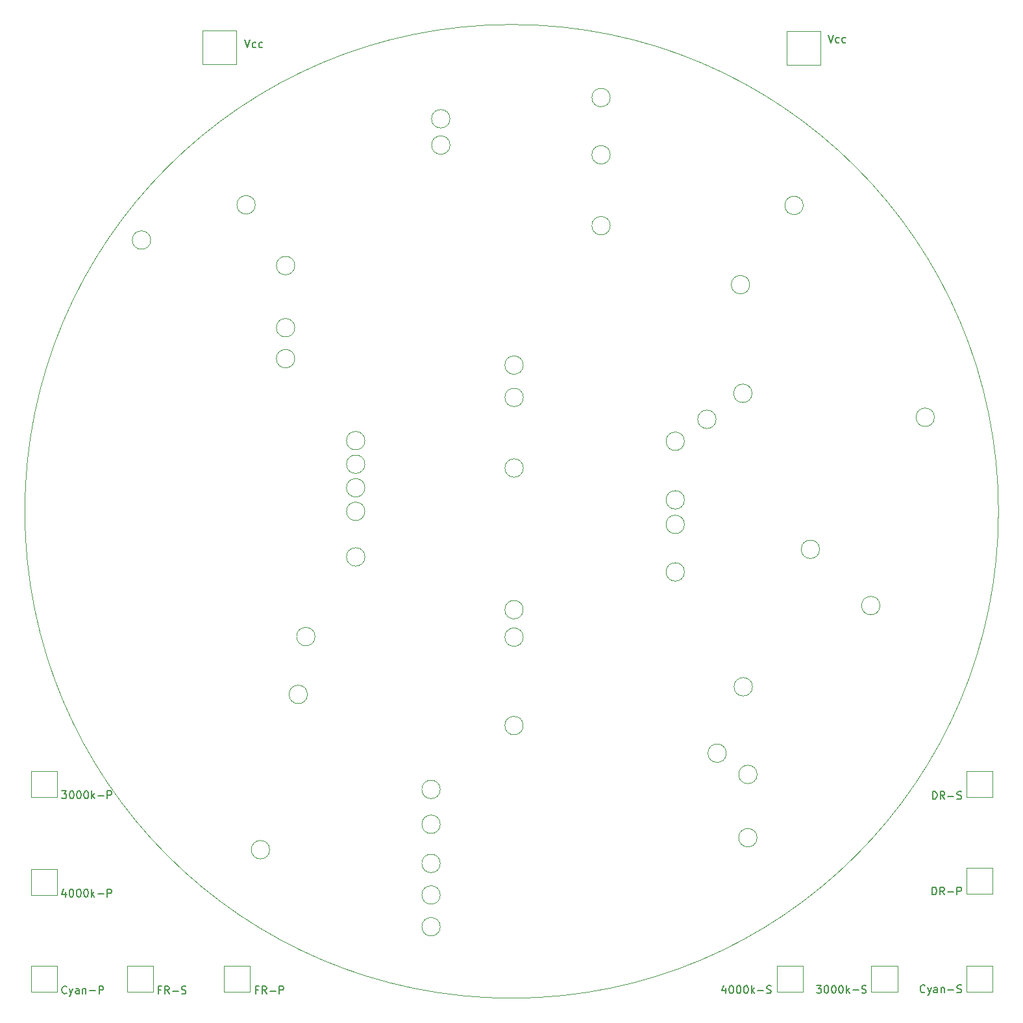
<source format=gto>
G04 #@! TF.GenerationSoftware,KiCad,Pcbnew,(5.1.6)-1*
G04 #@! TF.CreationDate,2021-04-26T19:55:32-05:00*
G04 #@! TF.ProjectId,capstone-led,63617073-746f-46e6-952d-6c65642e6b69,rev?*
G04 #@! TF.SameCoordinates,Original*
G04 #@! TF.FileFunction,Legend,Top*
G04 #@! TF.FilePolarity,Positive*
%FSLAX46Y46*%
G04 Gerber Fmt 4.6, Leading zero omitted, Abs format (unit mm)*
G04 Created by KiCad (PCBNEW (5.1.6)-1) date 2021-04-26 19:55:32*
%MOMM*%
%LPD*%
G01*
G04 APERTURE LIST*
%ADD10C,0.120000*%
%ADD11C,0.150000*%
%ADD12R,1.195000X1.390000*%
%ADD13R,4.780000X0.500000*%
%ADD14R,1.430000X1.830000*%
%ADD15R,1.260000X0.730000*%
%ADD16R,1.830000X1.430000*%
%ADD17R,0.730000X1.260000*%
%ADD18R,1.390000X1.195000*%
%ADD19R,0.500000X4.780000*%
%ADD20C,2.000000*%
%ADD21R,3.000000X3.000000*%
%ADD22R,4.000000X4.000000*%
%ADD23C,5.300000*%
G04 APERTURE END LIST*
D10*
X162560000Y-99060000D02*
G75*
G03*
X162560000Y-99060000I-63500000J0D01*
G01*
X79914600Y-89839800D02*
G75*
G03*
X79914600Y-89839800I-1200000J0D01*
G01*
X121596000Y-89916000D02*
G75*
G03*
X121596000Y-89916000I-1200000J0D01*
G01*
X65614400Y-59080400D02*
G75*
G03*
X65614400Y-59080400I-1200000J0D01*
G01*
X111918600Y-45085000D02*
G75*
G03*
X111918600Y-45085000I-1200000J0D01*
G01*
X154199440Y-86791800D02*
G75*
G03*
X154199440Y-86791800I-1200000J0D01*
G01*
X130460600Y-121945400D02*
G75*
G03*
X130460600Y-121945400I-1200000J0D01*
G01*
X89744400Y-139877800D02*
G75*
G03*
X89744400Y-139877800I-1200000J0D01*
G01*
X73412200Y-115392200D02*
G75*
G03*
X73412200Y-115392200I-1200000J0D01*
G01*
X79914600Y-105003600D02*
G75*
G03*
X79914600Y-105003600I-1200000J0D01*
G01*
X100577500Y-93408500D02*
G75*
G03*
X100577500Y-93408500I-1200000J0D01*
G01*
X125723500Y-87053420D02*
G75*
G03*
X125723500Y-87053420I-1200000J0D01*
G01*
X100564800Y-79984600D02*
G75*
G03*
X100564800Y-79984600I-1200000J0D01*
G01*
X70770600Y-75107800D02*
G75*
G03*
X70770600Y-75107800I-1200000J0D01*
G01*
X70770600Y-79146400D02*
G75*
G03*
X70770600Y-79146400I-1200000J0D01*
G01*
X111918600Y-61798200D02*
G75*
G03*
X111918600Y-61798200I-1200000J0D01*
G01*
X91014400Y-51282600D02*
G75*
G03*
X91014400Y-51282600I-1200000J0D01*
G01*
X91014400Y-47853600D02*
G75*
G03*
X91014400Y-47853600I-1200000J0D01*
G01*
X131070200Y-141630400D02*
G75*
G03*
X131070200Y-141630400I-1200000J0D01*
G01*
X89744400Y-153238200D02*
G75*
G03*
X89744400Y-153238200I-1200000J0D01*
G01*
X100564800Y-127000000D02*
G75*
G03*
X100564800Y-127000000I-1200000J0D01*
G01*
X79914600Y-92913200D02*
G75*
G03*
X79914600Y-92913200I-1200000J0D01*
G01*
X121596000Y-106959400D02*
G75*
G03*
X121596000Y-106959400I-1200000J0D01*
G01*
X139223600Y-104013000D02*
G75*
G03*
X139223600Y-104013000I-1200000J0D01*
G01*
X121596000Y-97561400D02*
G75*
G03*
X121596000Y-97561400I-1200000J0D01*
G01*
X137090000Y-59156600D02*
G75*
G03*
X137090000Y-59156600I-1200000J0D01*
G01*
X130105000Y-69494400D02*
G75*
G03*
X130105000Y-69494400I-1200000J0D01*
G01*
X79914600Y-95986600D02*
G75*
G03*
X79914600Y-95986600I-1200000J0D01*
G01*
X79914600Y-99060000D02*
G75*
G03*
X79914600Y-99060000I-1200000J0D01*
G01*
X121596000Y-100761800D02*
G75*
G03*
X121596000Y-100761800I-1200000J0D01*
G01*
X51974600Y-63677800D02*
G75*
G03*
X51974600Y-63677800I-1200000J0D01*
G01*
X111918600Y-52552600D02*
G75*
G03*
X111918600Y-52552600I-1200000J0D01*
G01*
X127057000Y-130606800D02*
G75*
G03*
X127057000Y-130606800I-1200000J0D01*
G01*
X89744400Y-149098000D02*
G75*
G03*
X89744400Y-149098000I-1200000J0D01*
G01*
X72421600Y-122936000D02*
G75*
G03*
X72421600Y-122936000I-1200000J0D01*
G01*
X100577500Y-84201000D02*
G75*
G03*
X100577500Y-84201000I-1200000J0D01*
G01*
X147097600Y-111353600D02*
G75*
G03*
X147097600Y-111353600I-1200000J0D01*
G01*
X131070200Y-133375400D02*
G75*
G03*
X131070200Y-133375400I-1200000J0D01*
G01*
X89744400Y-144983200D02*
G75*
G03*
X89744400Y-144983200I-1200000J0D01*
G01*
X89744400Y-135331200D02*
G75*
G03*
X89744400Y-135331200I-1200000J0D01*
G01*
X67494000Y-143192500D02*
G75*
G03*
X67494000Y-143192500I-1200000J0D01*
G01*
X130409800Y-83667600D02*
G75*
G03*
X130409800Y-83667600I-1200000J0D01*
G01*
X70770600Y-67005200D02*
G75*
G03*
X70770600Y-67005200I-1200000J0D01*
G01*
X100564800Y-115468400D02*
G75*
G03*
X100564800Y-115468400I-1200000J0D01*
G01*
X100564800Y-111887000D02*
G75*
G03*
X100564800Y-111887000I-1200000J0D01*
G01*
X36374600Y-145696200D02*
X39774600Y-145696200D01*
X39774600Y-145696200D02*
X39774600Y-149096200D01*
X39774600Y-149096200D02*
X36374600Y-149096200D01*
X36374600Y-149096200D02*
X36374600Y-145696200D01*
X36374600Y-132970800D02*
X39774600Y-132970800D01*
X39774600Y-132970800D02*
X39774600Y-136370800D01*
X39774600Y-136370800D02*
X36374600Y-136370800D01*
X36374600Y-136370800D02*
X36374600Y-132970800D01*
X158370800Y-145569200D02*
X161770800Y-145569200D01*
X161770800Y-145569200D02*
X161770800Y-148969200D01*
X161770800Y-148969200D02*
X158370800Y-148969200D01*
X158370800Y-148969200D02*
X158370800Y-145569200D01*
X133631200Y-158345400D02*
X137031200Y-158345400D01*
X137031200Y-158345400D02*
X137031200Y-161745400D01*
X137031200Y-161745400D02*
X133631200Y-161745400D01*
X133631200Y-161745400D02*
X133631200Y-158345400D01*
X145975600Y-158345400D02*
X149375600Y-158345400D01*
X149375600Y-158345400D02*
X149375600Y-161745400D01*
X149375600Y-161745400D02*
X145975600Y-161745400D01*
X145975600Y-161745400D02*
X145975600Y-158345400D01*
X158370800Y-158345400D02*
X161770800Y-158345400D01*
X161770800Y-158345400D02*
X161770800Y-161745400D01*
X161770800Y-161745400D02*
X158370800Y-161745400D01*
X158370800Y-161745400D02*
X158370800Y-158345400D01*
X158370800Y-132970800D02*
X161770800Y-132970800D01*
X161770800Y-132970800D02*
X161770800Y-136370800D01*
X161770800Y-136370800D02*
X158370800Y-136370800D01*
X158370800Y-136370800D02*
X158370800Y-132970800D01*
X48896800Y-158345400D02*
X52296800Y-158345400D01*
X52296800Y-158345400D02*
X52296800Y-161745400D01*
X52296800Y-161745400D02*
X48896800Y-161745400D01*
X48896800Y-161745400D02*
X48896800Y-158345400D01*
X61546000Y-158345400D02*
X64946000Y-158345400D01*
X64946000Y-158345400D02*
X64946000Y-161745400D01*
X64946000Y-161745400D02*
X61546000Y-161745400D01*
X61546000Y-161745400D02*
X61546000Y-158345400D01*
X36374600Y-158345400D02*
X39774600Y-158345400D01*
X39774600Y-158345400D02*
X39774600Y-161745400D01*
X39774600Y-161745400D02*
X36374600Y-161745400D01*
X36374600Y-161745400D02*
X36374600Y-158345400D01*
X134934600Y-36408000D02*
X139334600Y-36408000D01*
X139334600Y-36408000D02*
X139334600Y-40808000D01*
X139334600Y-40808000D02*
X134934600Y-40808000D01*
X134934600Y-40808000D02*
X134934600Y-36408000D01*
X58760000Y-36382600D02*
X63160000Y-36382600D01*
X63160000Y-36382600D02*
X63160000Y-40782600D01*
X63160000Y-40782600D02*
X58760000Y-40782600D01*
X58760000Y-40782600D02*
X58760000Y-36382600D01*
D11*
X40875295Y-148680514D02*
X40875295Y-149347180D01*
X40637200Y-148299561D02*
X40399104Y-149013847D01*
X41018152Y-149013847D01*
X41589580Y-148347180D02*
X41684819Y-148347180D01*
X41780057Y-148394800D01*
X41827676Y-148442419D01*
X41875295Y-148537657D01*
X41922914Y-148728133D01*
X41922914Y-148966228D01*
X41875295Y-149156704D01*
X41827676Y-149251942D01*
X41780057Y-149299561D01*
X41684819Y-149347180D01*
X41589580Y-149347180D01*
X41494342Y-149299561D01*
X41446723Y-149251942D01*
X41399104Y-149156704D01*
X41351485Y-148966228D01*
X41351485Y-148728133D01*
X41399104Y-148537657D01*
X41446723Y-148442419D01*
X41494342Y-148394800D01*
X41589580Y-148347180D01*
X42541961Y-148347180D02*
X42637200Y-148347180D01*
X42732438Y-148394800D01*
X42780057Y-148442419D01*
X42827676Y-148537657D01*
X42875295Y-148728133D01*
X42875295Y-148966228D01*
X42827676Y-149156704D01*
X42780057Y-149251942D01*
X42732438Y-149299561D01*
X42637200Y-149347180D01*
X42541961Y-149347180D01*
X42446723Y-149299561D01*
X42399104Y-149251942D01*
X42351485Y-149156704D01*
X42303866Y-148966228D01*
X42303866Y-148728133D01*
X42351485Y-148537657D01*
X42399104Y-148442419D01*
X42446723Y-148394800D01*
X42541961Y-148347180D01*
X43494342Y-148347180D02*
X43589580Y-148347180D01*
X43684819Y-148394800D01*
X43732438Y-148442419D01*
X43780057Y-148537657D01*
X43827676Y-148728133D01*
X43827676Y-148966228D01*
X43780057Y-149156704D01*
X43732438Y-149251942D01*
X43684819Y-149299561D01*
X43589580Y-149347180D01*
X43494342Y-149347180D01*
X43399104Y-149299561D01*
X43351485Y-149251942D01*
X43303866Y-149156704D01*
X43256247Y-148966228D01*
X43256247Y-148728133D01*
X43303866Y-148537657D01*
X43351485Y-148442419D01*
X43399104Y-148394800D01*
X43494342Y-148347180D01*
X44256247Y-149347180D02*
X44256247Y-148347180D01*
X44351485Y-148966228D02*
X44637200Y-149347180D01*
X44637200Y-148680514D02*
X44256247Y-149061466D01*
X45065771Y-148966228D02*
X45827676Y-148966228D01*
X46303866Y-149347180D02*
X46303866Y-148347180D01*
X46684819Y-148347180D01*
X46780057Y-148394800D01*
X46827676Y-148442419D01*
X46875295Y-148537657D01*
X46875295Y-148680514D01*
X46827676Y-148775752D01*
X46780057Y-148823371D01*
X46684819Y-148870990D01*
X46303866Y-148870990D01*
X40376885Y-135520180D02*
X40995933Y-135520180D01*
X40662600Y-135901133D01*
X40805457Y-135901133D01*
X40900695Y-135948752D01*
X40948314Y-135996371D01*
X40995933Y-136091609D01*
X40995933Y-136329704D01*
X40948314Y-136424942D01*
X40900695Y-136472561D01*
X40805457Y-136520180D01*
X40519742Y-136520180D01*
X40424504Y-136472561D01*
X40376885Y-136424942D01*
X41614980Y-135520180D02*
X41710219Y-135520180D01*
X41805457Y-135567800D01*
X41853076Y-135615419D01*
X41900695Y-135710657D01*
X41948314Y-135901133D01*
X41948314Y-136139228D01*
X41900695Y-136329704D01*
X41853076Y-136424942D01*
X41805457Y-136472561D01*
X41710219Y-136520180D01*
X41614980Y-136520180D01*
X41519742Y-136472561D01*
X41472123Y-136424942D01*
X41424504Y-136329704D01*
X41376885Y-136139228D01*
X41376885Y-135901133D01*
X41424504Y-135710657D01*
X41472123Y-135615419D01*
X41519742Y-135567800D01*
X41614980Y-135520180D01*
X42567361Y-135520180D02*
X42662600Y-135520180D01*
X42757838Y-135567800D01*
X42805457Y-135615419D01*
X42853076Y-135710657D01*
X42900695Y-135901133D01*
X42900695Y-136139228D01*
X42853076Y-136329704D01*
X42805457Y-136424942D01*
X42757838Y-136472561D01*
X42662600Y-136520180D01*
X42567361Y-136520180D01*
X42472123Y-136472561D01*
X42424504Y-136424942D01*
X42376885Y-136329704D01*
X42329266Y-136139228D01*
X42329266Y-135901133D01*
X42376885Y-135710657D01*
X42424504Y-135615419D01*
X42472123Y-135567800D01*
X42567361Y-135520180D01*
X43519742Y-135520180D02*
X43614980Y-135520180D01*
X43710219Y-135567800D01*
X43757838Y-135615419D01*
X43805457Y-135710657D01*
X43853076Y-135901133D01*
X43853076Y-136139228D01*
X43805457Y-136329704D01*
X43757838Y-136424942D01*
X43710219Y-136472561D01*
X43614980Y-136520180D01*
X43519742Y-136520180D01*
X43424504Y-136472561D01*
X43376885Y-136424942D01*
X43329266Y-136329704D01*
X43281647Y-136139228D01*
X43281647Y-135901133D01*
X43329266Y-135710657D01*
X43376885Y-135615419D01*
X43424504Y-135567800D01*
X43519742Y-135520180D01*
X44281647Y-136520180D02*
X44281647Y-135520180D01*
X44376885Y-136139228D02*
X44662600Y-136520180D01*
X44662600Y-135853514D02*
X44281647Y-136234466D01*
X45091171Y-136139228D02*
X45853076Y-136139228D01*
X46329266Y-136520180D02*
X46329266Y-135520180D01*
X46710219Y-135520180D01*
X46805457Y-135567800D01*
X46853076Y-135615419D01*
X46900695Y-135710657D01*
X46900695Y-135853514D01*
X46853076Y-135948752D01*
X46805457Y-135996371D01*
X46710219Y-136043990D01*
X46329266Y-136043990D01*
X153922647Y-149067780D02*
X153922647Y-148067780D01*
X154160742Y-148067780D01*
X154303600Y-148115400D01*
X154398838Y-148210638D01*
X154446457Y-148305876D01*
X154494076Y-148496352D01*
X154494076Y-148639209D01*
X154446457Y-148829685D01*
X154398838Y-148924923D01*
X154303600Y-149020161D01*
X154160742Y-149067780D01*
X153922647Y-149067780D01*
X155494076Y-149067780D02*
X155160742Y-148591590D01*
X154922647Y-149067780D02*
X154922647Y-148067780D01*
X155303600Y-148067780D01*
X155398838Y-148115400D01*
X155446457Y-148163019D01*
X155494076Y-148258257D01*
X155494076Y-148401114D01*
X155446457Y-148496352D01*
X155398838Y-148543971D01*
X155303600Y-148591590D01*
X154922647Y-148591590D01*
X155922647Y-148686828D02*
X156684552Y-148686828D01*
X157160742Y-149067780D02*
X157160742Y-148067780D01*
X157541695Y-148067780D01*
X157636933Y-148115400D01*
X157684552Y-148163019D01*
X157732171Y-148258257D01*
X157732171Y-148401114D01*
X157684552Y-148496352D01*
X157636933Y-148543971D01*
X157541695Y-148591590D01*
X157160742Y-148591590D01*
X126954304Y-161253514D02*
X126954304Y-161920180D01*
X126716209Y-160872561D02*
X126478114Y-161586847D01*
X127097161Y-161586847D01*
X127668590Y-160920180D02*
X127763828Y-160920180D01*
X127859066Y-160967800D01*
X127906685Y-161015419D01*
X127954304Y-161110657D01*
X128001923Y-161301133D01*
X128001923Y-161539228D01*
X127954304Y-161729704D01*
X127906685Y-161824942D01*
X127859066Y-161872561D01*
X127763828Y-161920180D01*
X127668590Y-161920180D01*
X127573352Y-161872561D01*
X127525733Y-161824942D01*
X127478114Y-161729704D01*
X127430495Y-161539228D01*
X127430495Y-161301133D01*
X127478114Y-161110657D01*
X127525733Y-161015419D01*
X127573352Y-160967800D01*
X127668590Y-160920180D01*
X128620971Y-160920180D02*
X128716209Y-160920180D01*
X128811447Y-160967800D01*
X128859066Y-161015419D01*
X128906685Y-161110657D01*
X128954304Y-161301133D01*
X128954304Y-161539228D01*
X128906685Y-161729704D01*
X128859066Y-161824942D01*
X128811447Y-161872561D01*
X128716209Y-161920180D01*
X128620971Y-161920180D01*
X128525733Y-161872561D01*
X128478114Y-161824942D01*
X128430495Y-161729704D01*
X128382876Y-161539228D01*
X128382876Y-161301133D01*
X128430495Y-161110657D01*
X128478114Y-161015419D01*
X128525733Y-160967800D01*
X128620971Y-160920180D01*
X129573352Y-160920180D02*
X129668590Y-160920180D01*
X129763828Y-160967800D01*
X129811447Y-161015419D01*
X129859066Y-161110657D01*
X129906685Y-161301133D01*
X129906685Y-161539228D01*
X129859066Y-161729704D01*
X129811447Y-161824942D01*
X129763828Y-161872561D01*
X129668590Y-161920180D01*
X129573352Y-161920180D01*
X129478114Y-161872561D01*
X129430495Y-161824942D01*
X129382876Y-161729704D01*
X129335257Y-161539228D01*
X129335257Y-161301133D01*
X129382876Y-161110657D01*
X129430495Y-161015419D01*
X129478114Y-160967800D01*
X129573352Y-160920180D01*
X130335257Y-161920180D02*
X130335257Y-160920180D01*
X130430495Y-161539228D02*
X130716209Y-161920180D01*
X130716209Y-161253514D02*
X130335257Y-161634466D01*
X131144780Y-161539228D02*
X131906685Y-161539228D01*
X132335257Y-161872561D02*
X132478114Y-161920180D01*
X132716209Y-161920180D01*
X132811447Y-161872561D01*
X132859066Y-161824942D01*
X132906685Y-161729704D01*
X132906685Y-161634466D01*
X132859066Y-161539228D01*
X132811447Y-161491609D01*
X132716209Y-161443990D01*
X132525733Y-161396371D01*
X132430495Y-161348752D01*
X132382876Y-161301133D01*
X132335257Y-161205895D01*
X132335257Y-161110657D01*
X132382876Y-161015419D01*
X132430495Y-160967800D01*
X132525733Y-160920180D01*
X132763828Y-160920180D01*
X132906685Y-160967800D01*
X138825695Y-160894780D02*
X139444742Y-160894780D01*
X139111409Y-161275733D01*
X139254266Y-161275733D01*
X139349504Y-161323352D01*
X139397123Y-161370971D01*
X139444742Y-161466209D01*
X139444742Y-161704304D01*
X139397123Y-161799542D01*
X139349504Y-161847161D01*
X139254266Y-161894780D01*
X138968552Y-161894780D01*
X138873314Y-161847161D01*
X138825695Y-161799542D01*
X140063790Y-160894780D02*
X140159028Y-160894780D01*
X140254266Y-160942400D01*
X140301885Y-160990019D01*
X140349504Y-161085257D01*
X140397123Y-161275733D01*
X140397123Y-161513828D01*
X140349504Y-161704304D01*
X140301885Y-161799542D01*
X140254266Y-161847161D01*
X140159028Y-161894780D01*
X140063790Y-161894780D01*
X139968552Y-161847161D01*
X139920933Y-161799542D01*
X139873314Y-161704304D01*
X139825695Y-161513828D01*
X139825695Y-161275733D01*
X139873314Y-161085257D01*
X139920933Y-160990019D01*
X139968552Y-160942400D01*
X140063790Y-160894780D01*
X141016171Y-160894780D02*
X141111409Y-160894780D01*
X141206647Y-160942400D01*
X141254266Y-160990019D01*
X141301885Y-161085257D01*
X141349504Y-161275733D01*
X141349504Y-161513828D01*
X141301885Y-161704304D01*
X141254266Y-161799542D01*
X141206647Y-161847161D01*
X141111409Y-161894780D01*
X141016171Y-161894780D01*
X140920933Y-161847161D01*
X140873314Y-161799542D01*
X140825695Y-161704304D01*
X140778076Y-161513828D01*
X140778076Y-161275733D01*
X140825695Y-161085257D01*
X140873314Y-160990019D01*
X140920933Y-160942400D01*
X141016171Y-160894780D01*
X141968552Y-160894780D02*
X142063790Y-160894780D01*
X142159028Y-160942400D01*
X142206647Y-160990019D01*
X142254266Y-161085257D01*
X142301885Y-161275733D01*
X142301885Y-161513828D01*
X142254266Y-161704304D01*
X142206647Y-161799542D01*
X142159028Y-161847161D01*
X142063790Y-161894780D01*
X141968552Y-161894780D01*
X141873314Y-161847161D01*
X141825695Y-161799542D01*
X141778076Y-161704304D01*
X141730457Y-161513828D01*
X141730457Y-161275733D01*
X141778076Y-161085257D01*
X141825695Y-160990019D01*
X141873314Y-160942400D01*
X141968552Y-160894780D01*
X142730457Y-161894780D02*
X142730457Y-160894780D01*
X142825695Y-161513828D02*
X143111409Y-161894780D01*
X143111409Y-161228114D02*
X142730457Y-161609066D01*
X143539980Y-161513828D02*
X144301885Y-161513828D01*
X144730457Y-161847161D02*
X144873314Y-161894780D01*
X145111409Y-161894780D01*
X145206647Y-161847161D01*
X145254266Y-161799542D01*
X145301885Y-161704304D01*
X145301885Y-161609066D01*
X145254266Y-161513828D01*
X145206647Y-161466209D01*
X145111409Y-161418590D01*
X144920933Y-161370971D01*
X144825695Y-161323352D01*
X144778076Y-161275733D01*
X144730457Y-161180495D01*
X144730457Y-161085257D01*
X144778076Y-160990019D01*
X144825695Y-160942400D01*
X144920933Y-160894780D01*
X145159028Y-160894780D01*
X145301885Y-160942400D01*
X152970171Y-161748742D02*
X152922552Y-161796361D01*
X152779695Y-161843980D01*
X152684457Y-161843980D01*
X152541600Y-161796361D01*
X152446361Y-161701123D01*
X152398742Y-161605885D01*
X152351123Y-161415409D01*
X152351123Y-161272552D01*
X152398742Y-161082076D01*
X152446361Y-160986838D01*
X152541600Y-160891600D01*
X152684457Y-160843980D01*
X152779695Y-160843980D01*
X152922552Y-160891600D01*
X152970171Y-160939219D01*
X153303504Y-161177314D02*
X153541600Y-161843980D01*
X153779695Y-161177314D02*
X153541600Y-161843980D01*
X153446361Y-162082076D01*
X153398742Y-162129695D01*
X153303504Y-162177314D01*
X154589219Y-161843980D02*
X154589219Y-161320171D01*
X154541600Y-161224933D01*
X154446361Y-161177314D01*
X154255885Y-161177314D01*
X154160647Y-161224933D01*
X154589219Y-161796361D02*
X154493980Y-161843980D01*
X154255885Y-161843980D01*
X154160647Y-161796361D01*
X154113028Y-161701123D01*
X154113028Y-161605885D01*
X154160647Y-161510647D01*
X154255885Y-161463028D01*
X154493980Y-161463028D01*
X154589219Y-161415409D01*
X155065409Y-161177314D02*
X155065409Y-161843980D01*
X155065409Y-161272552D02*
X155113028Y-161224933D01*
X155208266Y-161177314D01*
X155351123Y-161177314D01*
X155446361Y-161224933D01*
X155493980Y-161320171D01*
X155493980Y-161843980D01*
X155970171Y-161463028D02*
X156732076Y-161463028D01*
X157160647Y-161796361D02*
X157303504Y-161843980D01*
X157541600Y-161843980D01*
X157636838Y-161796361D01*
X157684457Y-161748742D01*
X157732076Y-161653504D01*
X157732076Y-161558266D01*
X157684457Y-161463028D01*
X157636838Y-161415409D01*
X157541600Y-161367790D01*
X157351123Y-161320171D01*
X157255885Y-161272552D01*
X157208266Y-161224933D01*
X157160647Y-161129695D01*
X157160647Y-161034457D01*
X157208266Y-160939219D01*
X157255885Y-160891600D01*
X157351123Y-160843980D01*
X157589219Y-160843980D01*
X157732076Y-160891600D01*
X153971857Y-136596380D02*
X153971857Y-135596380D01*
X154209952Y-135596380D01*
X154352809Y-135644000D01*
X154448047Y-135739238D01*
X154495666Y-135834476D01*
X154543285Y-136024952D01*
X154543285Y-136167809D01*
X154495666Y-136358285D01*
X154448047Y-136453523D01*
X154352809Y-136548761D01*
X154209952Y-136596380D01*
X153971857Y-136596380D01*
X155543285Y-136596380D02*
X155209952Y-136120190D01*
X154971857Y-136596380D02*
X154971857Y-135596380D01*
X155352809Y-135596380D01*
X155448047Y-135644000D01*
X155495666Y-135691619D01*
X155543285Y-135786857D01*
X155543285Y-135929714D01*
X155495666Y-136024952D01*
X155448047Y-136072571D01*
X155352809Y-136120190D01*
X154971857Y-136120190D01*
X155971857Y-136215428D02*
X156733761Y-136215428D01*
X157162333Y-136548761D02*
X157305190Y-136596380D01*
X157543285Y-136596380D01*
X157638523Y-136548761D01*
X157686142Y-136501142D01*
X157733761Y-136405904D01*
X157733761Y-136310666D01*
X157686142Y-136215428D01*
X157638523Y-136167809D01*
X157543285Y-136120190D01*
X157352809Y-136072571D01*
X157257571Y-136024952D01*
X157209952Y-135977333D01*
X157162333Y-135882095D01*
X157162333Y-135786857D01*
X157209952Y-135691619D01*
X157257571Y-135644000D01*
X157352809Y-135596380D01*
X157590904Y-135596380D01*
X157733761Y-135644000D01*
X53284619Y-161472571D02*
X52951285Y-161472571D01*
X52951285Y-161996380D02*
X52951285Y-160996380D01*
X53427476Y-160996380D01*
X54379857Y-161996380D02*
X54046523Y-161520190D01*
X53808428Y-161996380D02*
X53808428Y-160996380D01*
X54189380Y-160996380D01*
X54284619Y-161044000D01*
X54332238Y-161091619D01*
X54379857Y-161186857D01*
X54379857Y-161329714D01*
X54332238Y-161424952D01*
X54284619Y-161472571D01*
X54189380Y-161520190D01*
X53808428Y-161520190D01*
X54808428Y-161615428D02*
X55570333Y-161615428D01*
X55998904Y-161948761D02*
X56141761Y-161996380D01*
X56379857Y-161996380D01*
X56475095Y-161948761D01*
X56522714Y-161901142D01*
X56570333Y-161805904D01*
X56570333Y-161710666D01*
X56522714Y-161615428D01*
X56475095Y-161567809D01*
X56379857Y-161520190D01*
X56189380Y-161472571D01*
X56094142Y-161424952D01*
X56046523Y-161377333D01*
X55998904Y-161282095D01*
X55998904Y-161186857D01*
X56046523Y-161091619D01*
X56094142Y-161044000D01*
X56189380Y-160996380D01*
X56427476Y-160996380D01*
X56570333Y-161044000D01*
X65986209Y-161472571D02*
X65652876Y-161472571D01*
X65652876Y-161996380D02*
X65652876Y-160996380D01*
X66129066Y-160996380D01*
X67081447Y-161996380D02*
X66748114Y-161520190D01*
X66510019Y-161996380D02*
X66510019Y-160996380D01*
X66890971Y-160996380D01*
X66986209Y-161044000D01*
X67033828Y-161091619D01*
X67081447Y-161186857D01*
X67081447Y-161329714D01*
X67033828Y-161424952D01*
X66986209Y-161472571D01*
X66890971Y-161520190D01*
X66510019Y-161520190D01*
X67510019Y-161615428D02*
X68271923Y-161615428D01*
X68748114Y-161996380D02*
X68748114Y-160996380D01*
X69129066Y-160996380D01*
X69224304Y-161044000D01*
X69271923Y-161091619D01*
X69319542Y-161186857D01*
X69319542Y-161329714D01*
X69271923Y-161424952D01*
X69224304Y-161472571D01*
X69129066Y-161520190D01*
X68748114Y-161520190D01*
X41008561Y-161875742D02*
X40960942Y-161923361D01*
X40818085Y-161970980D01*
X40722847Y-161970980D01*
X40579990Y-161923361D01*
X40484752Y-161828123D01*
X40437133Y-161732885D01*
X40389514Y-161542409D01*
X40389514Y-161399552D01*
X40437133Y-161209076D01*
X40484752Y-161113838D01*
X40579990Y-161018600D01*
X40722847Y-160970980D01*
X40818085Y-160970980D01*
X40960942Y-161018600D01*
X41008561Y-161066219D01*
X41341895Y-161304314D02*
X41579990Y-161970980D01*
X41818085Y-161304314D02*
X41579990Y-161970980D01*
X41484752Y-162209076D01*
X41437133Y-162256695D01*
X41341895Y-162304314D01*
X42627609Y-161970980D02*
X42627609Y-161447171D01*
X42579990Y-161351933D01*
X42484752Y-161304314D01*
X42294276Y-161304314D01*
X42199038Y-161351933D01*
X42627609Y-161923361D02*
X42532371Y-161970980D01*
X42294276Y-161970980D01*
X42199038Y-161923361D01*
X42151419Y-161828123D01*
X42151419Y-161732885D01*
X42199038Y-161637647D01*
X42294276Y-161590028D01*
X42532371Y-161590028D01*
X42627609Y-161542409D01*
X43103800Y-161304314D02*
X43103800Y-161970980D01*
X43103800Y-161399552D02*
X43151419Y-161351933D01*
X43246657Y-161304314D01*
X43389514Y-161304314D01*
X43484752Y-161351933D01*
X43532371Y-161447171D01*
X43532371Y-161970980D01*
X44008561Y-161590028D02*
X44770466Y-161590028D01*
X45246657Y-161970980D02*
X45246657Y-160970980D01*
X45627609Y-160970980D01*
X45722847Y-161018600D01*
X45770466Y-161066219D01*
X45818085Y-161161457D01*
X45818085Y-161304314D01*
X45770466Y-161399552D01*
X45722847Y-161447171D01*
X45627609Y-161494790D01*
X45246657Y-161494790D01*
X140338323Y-36917380D02*
X140671657Y-37917380D01*
X141004990Y-36917380D01*
X141766895Y-37869761D02*
X141671657Y-37917380D01*
X141481180Y-37917380D01*
X141385942Y-37869761D01*
X141338323Y-37822142D01*
X141290704Y-37726904D01*
X141290704Y-37441190D01*
X141338323Y-37345952D01*
X141385942Y-37298333D01*
X141481180Y-37250714D01*
X141671657Y-37250714D01*
X141766895Y-37298333D01*
X142624038Y-37869761D02*
X142528800Y-37917380D01*
X142338323Y-37917380D01*
X142243085Y-37869761D01*
X142195466Y-37822142D01*
X142147847Y-37726904D01*
X142147847Y-37441190D01*
X142195466Y-37345952D01*
X142243085Y-37298333D01*
X142338323Y-37250714D01*
X142528800Y-37250714D01*
X142624038Y-37298333D01*
X64265323Y-37552380D02*
X64598657Y-38552380D01*
X64931990Y-37552380D01*
X65693895Y-38504761D02*
X65598657Y-38552380D01*
X65408180Y-38552380D01*
X65312942Y-38504761D01*
X65265323Y-38457142D01*
X65217704Y-38361904D01*
X65217704Y-38076190D01*
X65265323Y-37980952D01*
X65312942Y-37933333D01*
X65408180Y-37885714D01*
X65598657Y-37885714D01*
X65693895Y-37933333D01*
X66551038Y-38504761D02*
X66455800Y-38552380D01*
X66265323Y-38552380D01*
X66170085Y-38504761D01*
X66122466Y-38457142D01*
X66074847Y-38361904D01*
X66074847Y-38076190D01*
X66122466Y-37980952D01*
X66170085Y-37933333D01*
X66265323Y-37885714D01*
X66455800Y-37885714D01*
X66551038Y-37933333D01*
%LPC*%
G36*
G01*
X123462000Y-116695200D02*
X121902000Y-116695200D01*
G75*
G02*
X121832000Y-116625200I0J70000D01*
G01*
X121832000Y-116515200D01*
G75*
G02*
X121902000Y-116445200I70000J0D01*
G01*
X123462000Y-116445200D01*
G75*
G02*
X123532000Y-116515200I0J-70000D01*
G01*
X123532000Y-116625200D01*
G75*
G02*
X123462000Y-116695200I-70000J0D01*
G01*
G37*
G36*
G01*
X123472000Y-117420200D02*
X121892000Y-117420200D01*
G75*
G02*
X121832000Y-117360200I0J60000D01*
G01*
X121832000Y-116980200D01*
G75*
G02*
X121892000Y-116920200I60000J0D01*
G01*
X123472000Y-116920200D01*
G75*
G02*
X123532000Y-116980200I0J-60000D01*
G01*
X123532000Y-117360200D01*
G75*
G02*
X123472000Y-117420200I-60000J0D01*
G01*
G37*
G36*
G01*
X123462000Y-117895200D02*
X121902000Y-117895200D01*
G75*
G02*
X121832000Y-117825200I0J70000D01*
G01*
X121832000Y-117715200D01*
G75*
G02*
X121902000Y-117645200I70000J0D01*
G01*
X123462000Y-117645200D01*
G75*
G02*
X123532000Y-117715200I0J-70000D01*
G01*
X123532000Y-117825200D01*
G75*
G02*
X123462000Y-117895200I-70000J0D01*
G01*
G37*
G36*
G01*
X123462000Y-120759200D02*
X121902000Y-120759200D01*
G75*
G02*
X121832000Y-120689200I0J70000D01*
G01*
X121832000Y-120579200D01*
G75*
G02*
X121902000Y-120509200I70000J0D01*
G01*
X123462000Y-120509200D01*
G75*
G02*
X123532000Y-120579200I0J-70000D01*
G01*
X123532000Y-120689200D01*
G75*
G02*
X123462000Y-120759200I-70000J0D01*
G01*
G37*
G36*
G01*
X123472000Y-121484200D02*
X121892000Y-121484200D01*
G75*
G02*
X121832000Y-121424200I0J60000D01*
G01*
X121832000Y-121044200D01*
G75*
G02*
X121892000Y-120984200I60000J0D01*
G01*
X123472000Y-120984200D01*
G75*
G02*
X123532000Y-121044200I0J-60000D01*
G01*
X123532000Y-121424200D01*
G75*
G02*
X123472000Y-121484200I-60000J0D01*
G01*
G37*
G36*
G01*
X123462000Y-121959200D02*
X121902000Y-121959200D01*
G75*
G02*
X121832000Y-121889200I0J70000D01*
G01*
X121832000Y-121779200D01*
G75*
G02*
X121902000Y-121709200I70000J0D01*
G01*
X123462000Y-121709200D01*
G75*
G02*
X123532000Y-121779200I0J-70000D01*
G01*
X123532000Y-121889200D01*
G75*
G02*
X123462000Y-121959200I-70000J0D01*
G01*
G37*
G36*
G01*
X123462000Y-124823200D02*
X121902000Y-124823200D01*
G75*
G02*
X121832000Y-124753200I0J70000D01*
G01*
X121832000Y-124643200D01*
G75*
G02*
X121902000Y-124573200I70000J0D01*
G01*
X123462000Y-124573200D01*
G75*
G02*
X123532000Y-124643200I0J-70000D01*
G01*
X123532000Y-124753200D01*
G75*
G02*
X123462000Y-124823200I-70000J0D01*
G01*
G37*
G36*
G01*
X123472000Y-125548200D02*
X121892000Y-125548200D01*
G75*
G02*
X121832000Y-125488200I0J60000D01*
G01*
X121832000Y-125108200D01*
G75*
G02*
X121892000Y-125048200I60000J0D01*
G01*
X123472000Y-125048200D01*
G75*
G02*
X123532000Y-125108200I0J-60000D01*
G01*
X123532000Y-125488200D01*
G75*
G02*
X123472000Y-125548200I-60000J0D01*
G01*
G37*
G36*
G01*
X123462000Y-126023200D02*
X121902000Y-126023200D01*
G75*
G02*
X121832000Y-125953200I0J70000D01*
G01*
X121832000Y-125843200D01*
G75*
G02*
X121902000Y-125773200I70000J0D01*
G01*
X123462000Y-125773200D01*
G75*
G02*
X123532000Y-125843200I0J-70000D01*
G01*
X123532000Y-125953200D01*
G75*
G02*
X123462000Y-126023200I-70000J0D01*
G01*
G37*
G36*
G01*
X75191400Y-125671600D02*
X76751400Y-125671600D01*
G75*
G02*
X76821400Y-125741600I0J-70000D01*
G01*
X76821400Y-125851600D01*
G75*
G02*
X76751400Y-125921600I-70000J0D01*
G01*
X75191400Y-125921600D01*
G75*
G02*
X75121400Y-125851600I0J70000D01*
G01*
X75121400Y-125741600D01*
G75*
G02*
X75191400Y-125671600I70000J0D01*
G01*
G37*
G36*
G01*
X75181400Y-124946600D02*
X76761400Y-124946600D01*
G75*
G02*
X76821400Y-125006600I0J-60000D01*
G01*
X76821400Y-125386600D01*
G75*
G02*
X76761400Y-125446600I-60000J0D01*
G01*
X75181400Y-125446600D01*
G75*
G02*
X75121400Y-125386600I0J60000D01*
G01*
X75121400Y-125006600D01*
G75*
G02*
X75181400Y-124946600I60000J0D01*
G01*
G37*
G36*
G01*
X75191400Y-124471600D02*
X76751400Y-124471600D01*
G75*
G02*
X76821400Y-124541600I0J-70000D01*
G01*
X76821400Y-124651600D01*
G75*
G02*
X76751400Y-124721600I-70000J0D01*
G01*
X75191400Y-124721600D01*
G75*
G02*
X75121400Y-124651600I0J70000D01*
G01*
X75121400Y-124541600D01*
G75*
G02*
X75191400Y-124471600I70000J0D01*
G01*
G37*
G36*
G01*
X75191400Y-121607600D02*
X76751400Y-121607600D01*
G75*
G02*
X76821400Y-121677600I0J-70000D01*
G01*
X76821400Y-121787600D01*
G75*
G02*
X76751400Y-121857600I-70000J0D01*
G01*
X75191400Y-121857600D01*
G75*
G02*
X75121400Y-121787600I0J70000D01*
G01*
X75121400Y-121677600D01*
G75*
G02*
X75191400Y-121607600I70000J0D01*
G01*
G37*
G36*
G01*
X75181400Y-120882600D02*
X76761400Y-120882600D01*
G75*
G02*
X76821400Y-120942600I0J-60000D01*
G01*
X76821400Y-121322600D01*
G75*
G02*
X76761400Y-121382600I-60000J0D01*
G01*
X75181400Y-121382600D01*
G75*
G02*
X75121400Y-121322600I0J60000D01*
G01*
X75121400Y-120942600D01*
G75*
G02*
X75181400Y-120882600I60000J0D01*
G01*
G37*
G36*
G01*
X75191400Y-120407600D02*
X76751400Y-120407600D01*
G75*
G02*
X76821400Y-120477600I0J-70000D01*
G01*
X76821400Y-120587600D01*
G75*
G02*
X76751400Y-120657600I-70000J0D01*
G01*
X75191400Y-120657600D01*
G75*
G02*
X75121400Y-120587600I0J70000D01*
G01*
X75121400Y-120477600D01*
G75*
G02*
X75191400Y-120407600I70000J0D01*
G01*
G37*
G36*
G01*
X75191400Y-117543600D02*
X76751400Y-117543600D01*
G75*
G02*
X76821400Y-117613600I0J-70000D01*
G01*
X76821400Y-117723600D01*
G75*
G02*
X76751400Y-117793600I-70000J0D01*
G01*
X75191400Y-117793600D01*
G75*
G02*
X75121400Y-117723600I0J70000D01*
G01*
X75121400Y-117613600D01*
G75*
G02*
X75191400Y-117543600I70000J0D01*
G01*
G37*
G36*
G01*
X75181400Y-116818600D02*
X76761400Y-116818600D01*
G75*
G02*
X76821400Y-116878600I0J-60000D01*
G01*
X76821400Y-117258600D01*
G75*
G02*
X76761400Y-117318600I-60000J0D01*
G01*
X75181400Y-117318600D01*
G75*
G02*
X75121400Y-117258600I0J60000D01*
G01*
X75121400Y-116878600D01*
G75*
G02*
X75181400Y-116818600I60000J0D01*
G01*
G37*
G36*
G01*
X75191400Y-116343600D02*
X76751400Y-116343600D01*
G75*
G02*
X76821400Y-116413600I0J-70000D01*
G01*
X76821400Y-116523600D01*
G75*
G02*
X76751400Y-116593600I-70000J0D01*
G01*
X75191400Y-116593600D01*
G75*
G02*
X75121400Y-116523600I0J70000D01*
G01*
X75121400Y-116413600D01*
G75*
G02*
X75191400Y-116343600I70000J0D01*
G01*
G37*
G36*
G01*
X63086000Y-116146800D02*
X63086000Y-114586800D01*
G75*
G02*
X63156000Y-114516800I70000J0D01*
G01*
X63266000Y-114516800D01*
G75*
G02*
X63336000Y-114586800I0J-70000D01*
G01*
X63336000Y-116146800D01*
G75*
G02*
X63266000Y-116216800I-70000J0D01*
G01*
X63156000Y-116216800D01*
G75*
G02*
X63086000Y-116146800I0J70000D01*
G01*
G37*
G36*
G01*
X62361000Y-116156800D02*
X62361000Y-114576800D01*
G75*
G02*
X62421000Y-114516800I60000J0D01*
G01*
X62801000Y-114516800D01*
G75*
G02*
X62861000Y-114576800I0J-60000D01*
G01*
X62861000Y-116156800D01*
G75*
G02*
X62801000Y-116216800I-60000J0D01*
G01*
X62421000Y-116216800D01*
G75*
G02*
X62361000Y-116156800I0J60000D01*
G01*
G37*
G36*
G01*
X61886000Y-116146800D02*
X61886000Y-114586800D01*
G75*
G02*
X61956000Y-114516800I70000J0D01*
G01*
X62066000Y-114516800D01*
G75*
G02*
X62136000Y-114586800I0J-70000D01*
G01*
X62136000Y-116146800D01*
G75*
G02*
X62066000Y-116216800I-70000J0D01*
G01*
X61956000Y-116216800D01*
G75*
G02*
X61886000Y-116146800I0J70000D01*
G01*
G37*
G36*
G01*
X59022000Y-116146800D02*
X59022000Y-114586800D01*
G75*
G02*
X59092000Y-114516800I70000J0D01*
G01*
X59202000Y-114516800D01*
G75*
G02*
X59272000Y-114586800I0J-70000D01*
G01*
X59272000Y-116146800D01*
G75*
G02*
X59202000Y-116216800I-70000J0D01*
G01*
X59092000Y-116216800D01*
G75*
G02*
X59022000Y-116146800I0J70000D01*
G01*
G37*
G36*
G01*
X58297000Y-116156800D02*
X58297000Y-114576800D01*
G75*
G02*
X58357000Y-114516800I60000J0D01*
G01*
X58737000Y-114516800D01*
G75*
G02*
X58797000Y-114576800I0J-60000D01*
G01*
X58797000Y-116156800D01*
G75*
G02*
X58737000Y-116216800I-60000J0D01*
G01*
X58357000Y-116216800D01*
G75*
G02*
X58297000Y-116156800I0J60000D01*
G01*
G37*
G36*
G01*
X57822000Y-116146800D02*
X57822000Y-114586800D01*
G75*
G02*
X57892000Y-114516800I70000J0D01*
G01*
X58002000Y-114516800D01*
G75*
G02*
X58072000Y-114586800I0J-70000D01*
G01*
X58072000Y-116146800D01*
G75*
G02*
X58002000Y-116216800I-70000J0D01*
G01*
X57892000Y-116216800D01*
G75*
G02*
X57822000Y-116146800I0J70000D01*
G01*
G37*
G36*
G01*
X54958000Y-116146800D02*
X54958000Y-114586800D01*
G75*
G02*
X55028000Y-114516800I70000J0D01*
G01*
X55138000Y-114516800D01*
G75*
G02*
X55208000Y-114586800I0J-70000D01*
G01*
X55208000Y-116146800D01*
G75*
G02*
X55138000Y-116216800I-70000J0D01*
G01*
X55028000Y-116216800D01*
G75*
G02*
X54958000Y-116146800I0J70000D01*
G01*
G37*
G36*
G01*
X54233000Y-116156800D02*
X54233000Y-114576800D01*
G75*
G02*
X54293000Y-114516800I60000J0D01*
G01*
X54673000Y-114516800D01*
G75*
G02*
X54733000Y-114576800I0J-60000D01*
G01*
X54733000Y-116156800D01*
G75*
G02*
X54673000Y-116216800I-60000J0D01*
G01*
X54293000Y-116216800D01*
G75*
G02*
X54233000Y-116156800I0J60000D01*
G01*
G37*
G36*
G01*
X53758000Y-116146800D02*
X53758000Y-114586800D01*
G75*
G02*
X53828000Y-114516800I70000J0D01*
G01*
X53938000Y-114516800D01*
G75*
G02*
X54008000Y-114586800I0J-70000D01*
G01*
X54008000Y-116146800D01*
G75*
G02*
X53938000Y-116216800I-70000J0D01*
G01*
X53828000Y-116216800D01*
G75*
G02*
X53758000Y-116146800I0J70000D01*
G01*
G37*
G36*
G01*
X73566000Y-132366800D02*
X73566000Y-133926800D01*
G75*
G02*
X73496000Y-133996800I-70000J0D01*
G01*
X73386000Y-133996800D01*
G75*
G02*
X73316000Y-133926800I0J70000D01*
G01*
X73316000Y-132366800D01*
G75*
G02*
X73386000Y-132296800I70000J0D01*
G01*
X73496000Y-132296800D01*
G75*
G02*
X73566000Y-132366800I0J-70000D01*
G01*
G37*
G36*
G01*
X74291000Y-132356800D02*
X74291000Y-133936800D01*
G75*
G02*
X74231000Y-133996800I-60000J0D01*
G01*
X73851000Y-133996800D01*
G75*
G02*
X73791000Y-133936800I0J60000D01*
G01*
X73791000Y-132356800D01*
G75*
G02*
X73851000Y-132296800I60000J0D01*
G01*
X74231000Y-132296800D01*
G75*
G02*
X74291000Y-132356800I0J-60000D01*
G01*
G37*
G36*
G01*
X74766000Y-132366800D02*
X74766000Y-133926800D01*
G75*
G02*
X74696000Y-133996800I-70000J0D01*
G01*
X74586000Y-133996800D01*
G75*
G02*
X74516000Y-133926800I0J70000D01*
G01*
X74516000Y-132366800D01*
G75*
G02*
X74586000Y-132296800I70000J0D01*
G01*
X74696000Y-132296800D01*
G75*
G02*
X74766000Y-132366800I0J-70000D01*
G01*
G37*
G36*
G01*
X135008600Y-63786800D02*
X135008600Y-65346800D01*
G75*
G02*
X134938600Y-65416800I-70000J0D01*
G01*
X134828600Y-65416800D01*
G75*
G02*
X134758600Y-65346800I0J70000D01*
G01*
X134758600Y-63786800D01*
G75*
G02*
X134828600Y-63716800I70000J0D01*
G01*
X134938600Y-63716800D01*
G75*
G02*
X135008600Y-63786800I0J-70000D01*
G01*
G37*
G36*
G01*
X135733600Y-63776800D02*
X135733600Y-65356800D01*
G75*
G02*
X135673600Y-65416800I-60000J0D01*
G01*
X135293600Y-65416800D01*
G75*
G02*
X135233600Y-65356800I0J60000D01*
G01*
X135233600Y-63776800D01*
G75*
G02*
X135293600Y-63716800I60000J0D01*
G01*
X135673600Y-63716800D01*
G75*
G02*
X135733600Y-63776800I0J-60000D01*
G01*
G37*
G36*
G01*
X136208600Y-63786800D02*
X136208600Y-65346800D01*
G75*
G02*
X136138600Y-65416800I-70000J0D01*
G01*
X136028600Y-65416800D01*
G75*
G02*
X135958600Y-65346800I0J70000D01*
G01*
X135958600Y-63786800D01*
G75*
G02*
X136028600Y-63716800I70000J0D01*
G01*
X136138600Y-63716800D01*
G75*
G02*
X136208600Y-63786800I0J-70000D01*
G01*
G37*
G36*
G01*
X123131800Y-72499200D02*
X121571800Y-72499200D01*
G75*
G02*
X121501800Y-72429200I0J70000D01*
G01*
X121501800Y-72319200D01*
G75*
G02*
X121571800Y-72249200I70000J0D01*
G01*
X123131800Y-72249200D01*
G75*
G02*
X123201800Y-72319200I0J-70000D01*
G01*
X123201800Y-72429200D01*
G75*
G02*
X123131800Y-72499200I-70000J0D01*
G01*
G37*
G36*
G01*
X123141800Y-73224200D02*
X121561800Y-73224200D01*
G75*
G02*
X121501800Y-73164200I0J60000D01*
G01*
X121501800Y-72784200D01*
G75*
G02*
X121561800Y-72724200I60000J0D01*
G01*
X123141800Y-72724200D01*
G75*
G02*
X123201800Y-72784200I0J-60000D01*
G01*
X123201800Y-73164200D01*
G75*
G02*
X123141800Y-73224200I-60000J0D01*
G01*
G37*
G36*
G01*
X123131800Y-73699200D02*
X121571800Y-73699200D01*
G75*
G02*
X121501800Y-73629200I0J70000D01*
G01*
X121501800Y-73519200D01*
G75*
G02*
X121571800Y-73449200I70000J0D01*
G01*
X123131800Y-73449200D01*
G75*
G02*
X123201800Y-73519200I0J-70000D01*
G01*
X123201800Y-73629200D01*
G75*
G02*
X123131800Y-73699200I-70000J0D01*
G01*
G37*
G36*
G01*
X77655400Y-132366800D02*
X77655400Y-133926800D01*
G75*
G02*
X77585400Y-133996800I-70000J0D01*
G01*
X77475400Y-133996800D01*
G75*
G02*
X77405400Y-133926800I0J70000D01*
G01*
X77405400Y-132366800D01*
G75*
G02*
X77475400Y-132296800I70000J0D01*
G01*
X77585400Y-132296800D01*
G75*
G02*
X77655400Y-132366800I0J-70000D01*
G01*
G37*
G36*
G01*
X78380400Y-132356800D02*
X78380400Y-133936800D01*
G75*
G02*
X78320400Y-133996800I-60000J0D01*
G01*
X77940400Y-133996800D01*
G75*
G02*
X77880400Y-133936800I0J60000D01*
G01*
X77880400Y-132356800D01*
G75*
G02*
X77940400Y-132296800I60000J0D01*
G01*
X78320400Y-132296800D01*
G75*
G02*
X78380400Y-132356800I0J-60000D01*
G01*
G37*
G36*
G01*
X78855400Y-132366800D02*
X78855400Y-133926800D01*
G75*
G02*
X78785400Y-133996800I-70000J0D01*
G01*
X78675400Y-133996800D01*
G75*
G02*
X78605400Y-133926800I0J70000D01*
G01*
X78605400Y-132366800D01*
G75*
G02*
X78675400Y-132296800I70000J0D01*
G01*
X78785400Y-132296800D01*
G75*
G02*
X78855400Y-132366800I0J-70000D01*
G01*
G37*
G36*
G01*
X124808000Y-46576200D02*
X124808000Y-45016200D01*
G75*
G02*
X124878000Y-44946200I70000J0D01*
G01*
X124988000Y-44946200D01*
G75*
G02*
X125058000Y-45016200I0J-70000D01*
G01*
X125058000Y-46576200D01*
G75*
G02*
X124988000Y-46646200I-70000J0D01*
G01*
X124878000Y-46646200D01*
G75*
G02*
X124808000Y-46576200I0J70000D01*
G01*
G37*
G36*
G01*
X124083000Y-46586200D02*
X124083000Y-45006200D01*
G75*
G02*
X124143000Y-44946200I60000J0D01*
G01*
X124523000Y-44946200D01*
G75*
G02*
X124583000Y-45006200I0J-60000D01*
G01*
X124583000Y-46586200D01*
G75*
G02*
X124523000Y-46646200I-60000J0D01*
G01*
X124143000Y-46646200D01*
G75*
G02*
X124083000Y-46586200I0J60000D01*
G01*
G37*
G36*
G01*
X123608000Y-46576200D02*
X123608000Y-45016200D01*
G75*
G02*
X123678000Y-44946200I70000J0D01*
G01*
X123788000Y-44946200D01*
G75*
G02*
X123858000Y-45016200I0J-70000D01*
G01*
X123858000Y-46576200D01*
G75*
G02*
X123788000Y-46646200I-70000J0D01*
G01*
X123678000Y-46646200D01*
G75*
G02*
X123608000Y-46576200I0J70000D01*
G01*
G37*
G36*
G01*
X123131800Y-76461600D02*
X121571800Y-76461600D01*
G75*
G02*
X121501800Y-76391600I0J70000D01*
G01*
X121501800Y-76281600D01*
G75*
G02*
X121571800Y-76211600I70000J0D01*
G01*
X123131800Y-76211600D01*
G75*
G02*
X123201800Y-76281600I0J-70000D01*
G01*
X123201800Y-76391600D01*
G75*
G02*
X123131800Y-76461600I-70000J0D01*
G01*
G37*
G36*
G01*
X123141800Y-77186600D02*
X121561800Y-77186600D01*
G75*
G02*
X121501800Y-77126600I0J60000D01*
G01*
X121501800Y-76746600D01*
G75*
G02*
X121561800Y-76686600I60000J0D01*
G01*
X123141800Y-76686600D01*
G75*
G02*
X123201800Y-76746600I0J-60000D01*
G01*
X123201800Y-77126600D01*
G75*
G02*
X123141800Y-77186600I-60000J0D01*
G01*
G37*
G36*
G01*
X123131800Y-77661600D02*
X121571800Y-77661600D01*
G75*
G02*
X121501800Y-77591600I0J70000D01*
G01*
X121501800Y-77481600D01*
G75*
G02*
X121571800Y-77411600I70000J0D01*
G01*
X123131800Y-77411600D01*
G75*
G02*
X123201800Y-77481600I0J-70000D01*
G01*
X123201800Y-77591600D01*
G75*
G02*
X123131800Y-77661600I-70000J0D01*
G01*
G37*
G36*
G01*
X81643200Y-132366800D02*
X81643200Y-133926800D01*
G75*
G02*
X81573200Y-133996800I-70000J0D01*
G01*
X81463200Y-133996800D01*
G75*
G02*
X81393200Y-133926800I0J70000D01*
G01*
X81393200Y-132366800D01*
G75*
G02*
X81463200Y-132296800I70000J0D01*
G01*
X81573200Y-132296800D01*
G75*
G02*
X81643200Y-132366800I0J-70000D01*
G01*
G37*
G36*
G01*
X82368200Y-132356800D02*
X82368200Y-133936800D01*
G75*
G02*
X82308200Y-133996800I-60000J0D01*
G01*
X81928200Y-133996800D01*
G75*
G02*
X81868200Y-133936800I0J60000D01*
G01*
X81868200Y-132356800D01*
G75*
G02*
X81928200Y-132296800I60000J0D01*
G01*
X82308200Y-132296800D01*
G75*
G02*
X82368200Y-132356800I0J-60000D01*
G01*
G37*
G36*
G01*
X82843200Y-132366800D02*
X82843200Y-133926800D01*
G75*
G02*
X82773200Y-133996800I-70000J0D01*
G01*
X82663200Y-133996800D01*
G75*
G02*
X82593200Y-133926800I0J70000D01*
G01*
X82593200Y-132366800D01*
G75*
G02*
X82663200Y-132296800I70000J0D01*
G01*
X82773200Y-132296800D01*
G75*
G02*
X82843200Y-132366800I0J-70000D01*
G01*
G37*
G36*
G01*
X120744000Y-46576200D02*
X120744000Y-45016200D01*
G75*
G02*
X120814000Y-44946200I70000J0D01*
G01*
X120924000Y-44946200D01*
G75*
G02*
X120994000Y-45016200I0J-70000D01*
G01*
X120994000Y-46576200D01*
G75*
G02*
X120924000Y-46646200I-70000J0D01*
G01*
X120814000Y-46646200D01*
G75*
G02*
X120744000Y-46576200I0J70000D01*
G01*
G37*
G36*
G01*
X120019000Y-46586200D02*
X120019000Y-45006200D01*
G75*
G02*
X120079000Y-44946200I60000J0D01*
G01*
X120459000Y-44946200D01*
G75*
G02*
X120519000Y-45006200I0J-60000D01*
G01*
X120519000Y-46586200D01*
G75*
G02*
X120459000Y-46646200I-60000J0D01*
G01*
X120079000Y-46646200D01*
G75*
G02*
X120019000Y-46586200I0J60000D01*
G01*
G37*
G36*
G01*
X119544000Y-46576200D02*
X119544000Y-45016200D01*
G75*
G02*
X119614000Y-44946200I70000J0D01*
G01*
X119724000Y-44946200D01*
G75*
G02*
X119794000Y-45016200I0J-70000D01*
G01*
X119794000Y-46576200D01*
G75*
G02*
X119724000Y-46646200I-70000J0D01*
G01*
X119614000Y-46646200D01*
G75*
G02*
X119544000Y-46576200I0J70000D01*
G01*
G37*
G36*
G01*
X133850400Y-90721400D02*
X133850400Y-89161400D01*
G75*
G02*
X133920400Y-89091400I70000J0D01*
G01*
X134030400Y-89091400D01*
G75*
G02*
X134100400Y-89161400I0J-70000D01*
G01*
X134100400Y-90721400D01*
G75*
G02*
X134030400Y-90791400I-70000J0D01*
G01*
X133920400Y-90791400D01*
G75*
G02*
X133850400Y-90721400I0J70000D01*
G01*
G37*
G36*
G01*
X133125400Y-90731400D02*
X133125400Y-89151400D01*
G75*
G02*
X133185400Y-89091400I60000J0D01*
G01*
X133565400Y-89091400D01*
G75*
G02*
X133625400Y-89151400I0J-60000D01*
G01*
X133625400Y-90731400D01*
G75*
G02*
X133565400Y-90791400I-60000J0D01*
G01*
X133185400Y-90791400D01*
G75*
G02*
X133125400Y-90731400I0J60000D01*
G01*
G37*
G36*
G01*
X132650400Y-90721400D02*
X132650400Y-89161400D01*
G75*
G02*
X132720400Y-89091400I70000J0D01*
G01*
X132830400Y-89091400D01*
G75*
G02*
X132900400Y-89161400I0J-70000D01*
G01*
X132900400Y-90721400D01*
G75*
G02*
X132830400Y-90791400I-70000J0D01*
G01*
X132720400Y-90791400D01*
G75*
G02*
X132650400Y-90721400I0J70000D01*
G01*
G37*
G36*
G01*
X94521000Y-138005600D02*
X94521000Y-139565600D01*
G75*
G02*
X94451000Y-139635600I-70000J0D01*
G01*
X94341000Y-139635600D01*
G75*
G02*
X94271000Y-139565600I0J70000D01*
G01*
X94271000Y-138005600D01*
G75*
G02*
X94341000Y-137935600I70000J0D01*
G01*
X94451000Y-137935600D01*
G75*
G02*
X94521000Y-138005600I0J-70000D01*
G01*
G37*
G36*
G01*
X95246000Y-137995600D02*
X95246000Y-139575600D01*
G75*
G02*
X95186000Y-139635600I-60000J0D01*
G01*
X94806000Y-139635600D01*
G75*
G02*
X94746000Y-139575600I0J60000D01*
G01*
X94746000Y-137995600D01*
G75*
G02*
X94806000Y-137935600I60000J0D01*
G01*
X95186000Y-137935600D01*
G75*
G02*
X95246000Y-137995600I0J-60000D01*
G01*
G37*
G36*
G01*
X95721000Y-138005600D02*
X95721000Y-139565600D01*
G75*
G02*
X95651000Y-139635600I-70000J0D01*
G01*
X95541000Y-139635600D01*
G75*
G02*
X95471000Y-139565600I0J70000D01*
G01*
X95471000Y-138005600D01*
G75*
G02*
X95541000Y-137935600I70000J0D01*
G01*
X95651000Y-137935600D01*
G75*
G02*
X95721000Y-138005600I0J-70000D01*
G01*
G37*
G36*
G01*
X116705400Y-46576200D02*
X116705400Y-45016200D01*
G75*
G02*
X116775400Y-44946200I70000J0D01*
G01*
X116885400Y-44946200D01*
G75*
G02*
X116955400Y-45016200I0J-70000D01*
G01*
X116955400Y-46576200D01*
G75*
G02*
X116885400Y-46646200I-70000J0D01*
G01*
X116775400Y-46646200D01*
G75*
G02*
X116705400Y-46576200I0J70000D01*
G01*
G37*
G36*
G01*
X115980400Y-46586200D02*
X115980400Y-45006200D01*
G75*
G02*
X116040400Y-44946200I60000J0D01*
G01*
X116420400Y-44946200D01*
G75*
G02*
X116480400Y-45006200I0J-60000D01*
G01*
X116480400Y-46586200D01*
G75*
G02*
X116420400Y-46646200I-60000J0D01*
G01*
X116040400Y-46646200D01*
G75*
G02*
X115980400Y-46586200I0J60000D01*
G01*
G37*
G36*
G01*
X115505400Y-46576200D02*
X115505400Y-45016200D01*
G75*
G02*
X115575400Y-44946200I70000J0D01*
G01*
X115685400Y-44946200D01*
G75*
G02*
X115755400Y-45016200I0J-70000D01*
G01*
X115755400Y-46576200D01*
G75*
G02*
X115685400Y-46646200I-70000J0D01*
G01*
X115575400Y-46646200D01*
G75*
G02*
X115505400Y-46576200I0J70000D01*
G01*
G37*
G36*
G01*
X129811800Y-90721400D02*
X129811800Y-89161400D01*
G75*
G02*
X129881800Y-89091400I70000J0D01*
G01*
X129991800Y-89091400D01*
G75*
G02*
X130061800Y-89161400I0J-70000D01*
G01*
X130061800Y-90721400D01*
G75*
G02*
X129991800Y-90791400I-70000J0D01*
G01*
X129881800Y-90791400D01*
G75*
G02*
X129811800Y-90721400I0J70000D01*
G01*
G37*
G36*
G01*
X129086800Y-90731400D02*
X129086800Y-89151400D01*
G75*
G02*
X129146800Y-89091400I60000J0D01*
G01*
X129526800Y-89091400D01*
G75*
G02*
X129586800Y-89151400I0J-60000D01*
G01*
X129586800Y-90731400D01*
G75*
G02*
X129526800Y-90791400I-60000J0D01*
G01*
X129146800Y-90791400D01*
G75*
G02*
X129086800Y-90731400I0J60000D01*
G01*
G37*
G36*
G01*
X128611800Y-90721400D02*
X128611800Y-89161400D01*
G75*
G02*
X128681800Y-89091400I70000J0D01*
G01*
X128791800Y-89091400D01*
G75*
G02*
X128861800Y-89161400I0J-70000D01*
G01*
X128861800Y-90721400D01*
G75*
G02*
X128791800Y-90791400I-70000J0D01*
G01*
X128681800Y-90791400D01*
G75*
G02*
X128611800Y-90721400I0J70000D01*
G01*
G37*
G36*
G01*
X98585000Y-138005600D02*
X98585000Y-139565600D01*
G75*
G02*
X98515000Y-139635600I-70000J0D01*
G01*
X98405000Y-139635600D01*
G75*
G02*
X98335000Y-139565600I0J70000D01*
G01*
X98335000Y-138005600D01*
G75*
G02*
X98405000Y-137935600I70000J0D01*
G01*
X98515000Y-137935600D01*
G75*
G02*
X98585000Y-138005600I0J-70000D01*
G01*
G37*
G36*
G01*
X99310000Y-137995600D02*
X99310000Y-139575600D01*
G75*
G02*
X99250000Y-139635600I-60000J0D01*
G01*
X98870000Y-139635600D01*
G75*
G02*
X98810000Y-139575600I0J60000D01*
G01*
X98810000Y-137995600D01*
G75*
G02*
X98870000Y-137935600I60000J0D01*
G01*
X99250000Y-137935600D01*
G75*
G02*
X99310000Y-137995600I0J-60000D01*
G01*
G37*
G36*
G01*
X99785000Y-138005600D02*
X99785000Y-139565600D01*
G75*
G02*
X99715000Y-139635600I-70000J0D01*
G01*
X99605000Y-139635600D01*
G75*
G02*
X99535000Y-139565600I0J70000D01*
G01*
X99535000Y-138005600D01*
G75*
G02*
X99605000Y-137935600I70000J0D01*
G01*
X99715000Y-137935600D01*
G75*
G02*
X99785000Y-138005600I0J-70000D01*
G01*
G37*
G36*
G01*
X103548200Y-41902600D02*
X103548200Y-40342600D01*
G75*
G02*
X103618200Y-40272600I70000J0D01*
G01*
X103728200Y-40272600D01*
G75*
G02*
X103798200Y-40342600I0J-70000D01*
G01*
X103798200Y-41902600D01*
G75*
G02*
X103728200Y-41972600I-70000J0D01*
G01*
X103618200Y-41972600D01*
G75*
G02*
X103548200Y-41902600I0J70000D01*
G01*
G37*
G36*
G01*
X102823200Y-41912600D02*
X102823200Y-40332600D01*
G75*
G02*
X102883200Y-40272600I60000J0D01*
G01*
X103263200Y-40272600D01*
G75*
G02*
X103323200Y-40332600I0J-60000D01*
G01*
X103323200Y-41912600D01*
G75*
G02*
X103263200Y-41972600I-60000J0D01*
G01*
X102883200Y-41972600D01*
G75*
G02*
X102823200Y-41912600I0J60000D01*
G01*
G37*
G36*
G01*
X102348200Y-41902600D02*
X102348200Y-40342600D01*
G75*
G02*
X102418200Y-40272600I70000J0D01*
G01*
X102528200Y-40272600D01*
G75*
G02*
X102598200Y-40342600I0J-70000D01*
G01*
X102598200Y-41902600D01*
G75*
G02*
X102528200Y-41972600I-70000J0D01*
G01*
X102418200Y-41972600D01*
G75*
G02*
X102348200Y-41902600I0J70000D01*
G01*
G37*
G36*
G01*
X125747800Y-90721400D02*
X125747800Y-89161400D01*
G75*
G02*
X125817800Y-89091400I70000J0D01*
G01*
X125927800Y-89091400D01*
G75*
G02*
X125997800Y-89161400I0J-70000D01*
G01*
X125997800Y-90721400D01*
G75*
G02*
X125927800Y-90791400I-70000J0D01*
G01*
X125817800Y-90791400D01*
G75*
G02*
X125747800Y-90721400I0J70000D01*
G01*
G37*
G36*
G01*
X125022800Y-90731400D02*
X125022800Y-89151400D01*
G75*
G02*
X125082800Y-89091400I60000J0D01*
G01*
X125462800Y-89091400D01*
G75*
G02*
X125522800Y-89151400I0J-60000D01*
G01*
X125522800Y-90731400D01*
G75*
G02*
X125462800Y-90791400I-60000J0D01*
G01*
X125082800Y-90791400D01*
G75*
G02*
X125022800Y-90731400I0J60000D01*
G01*
G37*
G36*
G01*
X124547800Y-90721400D02*
X124547800Y-89161400D01*
G75*
G02*
X124617800Y-89091400I70000J0D01*
G01*
X124727800Y-89091400D01*
G75*
G02*
X124797800Y-89161400I0J-70000D01*
G01*
X124797800Y-90721400D01*
G75*
G02*
X124727800Y-90791400I-70000J0D01*
G01*
X124617800Y-90791400D01*
G75*
G02*
X124547800Y-90721400I0J70000D01*
G01*
G37*
G36*
G01*
X102649000Y-138005600D02*
X102649000Y-139565600D01*
G75*
G02*
X102579000Y-139635600I-70000J0D01*
G01*
X102469000Y-139635600D01*
G75*
G02*
X102399000Y-139565600I0J70000D01*
G01*
X102399000Y-138005600D01*
G75*
G02*
X102469000Y-137935600I70000J0D01*
G01*
X102579000Y-137935600D01*
G75*
G02*
X102649000Y-138005600I0J-70000D01*
G01*
G37*
G36*
G01*
X103374000Y-137995600D02*
X103374000Y-139575600D01*
G75*
G02*
X103314000Y-139635600I-60000J0D01*
G01*
X102934000Y-139635600D01*
G75*
G02*
X102874000Y-139575600I0J60000D01*
G01*
X102874000Y-137995600D01*
G75*
G02*
X102934000Y-137935600I60000J0D01*
G01*
X103314000Y-137935600D01*
G75*
G02*
X103374000Y-137995600I0J-60000D01*
G01*
G37*
G36*
G01*
X103849000Y-138005600D02*
X103849000Y-139565600D01*
G75*
G02*
X103779000Y-139635600I-70000J0D01*
G01*
X103669000Y-139635600D01*
G75*
G02*
X103599000Y-139565600I0J70000D01*
G01*
X103599000Y-138005600D01*
G75*
G02*
X103669000Y-137935600I70000J0D01*
G01*
X103779000Y-137935600D01*
G75*
G02*
X103849000Y-138005600I0J-70000D01*
G01*
G37*
G36*
G01*
X99535000Y-41902600D02*
X99535000Y-40342600D01*
G75*
G02*
X99605000Y-40272600I70000J0D01*
G01*
X99715000Y-40272600D01*
G75*
G02*
X99785000Y-40342600I0J-70000D01*
G01*
X99785000Y-41902600D01*
G75*
G02*
X99715000Y-41972600I-70000J0D01*
G01*
X99605000Y-41972600D01*
G75*
G02*
X99535000Y-41902600I0J70000D01*
G01*
G37*
G36*
G01*
X98810000Y-41912600D02*
X98810000Y-40332600D01*
G75*
G02*
X98870000Y-40272600I60000J0D01*
G01*
X99250000Y-40272600D01*
G75*
G02*
X99310000Y-40332600I0J-60000D01*
G01*
X99310000Y-41912600D01*
G75*
G02*
X99250000Y-41972600I-60000J0D01*
G01*
X98870000Y-41972600D01*
G75*
G02*
X98810000Y-41912600I0J60000D01*
G01*
G37*
G36*
G01*
X98335000Y-41902600D02*
X98335000Y-40342600D01*
G75*
G02*
X98405000Y-40272600I70000J0D01*
G01*
X98515000Y-40272600D01*
G75*
G02*
X98585000Y-40342600I0J-70000D01*
G01*
X98585000Y-41902600D01*
G75*
G02*
X98515000Y-41972600I-70000J0D01*
G01*
X98405000Y-41972600D01*
G75*
G02*
X98335000Y-41902600I0J70000D01*
G01*
G37*
G36*
G01*
X113606600Y-90721400D02*
X113606600Y-89161400D01*
G75*
G02*
X113676600Y-89091400I70000J0D01*
G01*
X113786600Y-89091400D01*
G75*
G02*
X113856600Y-89161400I0J-70000D01*
G01*
X113856600Y-90721400D01*
G75*
G02*
X113786600Y-90791400I-70000J0D01*
G01*
X113676600Y-90791400D01*
G75*
G02*
X113606600Y-90721400I0J70000D01*
G01*
G37*
G36*
G01*
X112881600Y-90731400D02*
X112881600Y-89151400D01*
G75*
G02*
X112941600Y-89091400I60000J0D01*
G01*
X113321600Y-89091400D01*
G75*
G02*
X113381600Y-89151400I0J-60000D01*
G01*
X113381600Y-90731400D01*
G75*
G02*
X113321600Y-90791400I-60000J0D01*
G01*
X112941600Y-90791400D01*
G75*
G02*
X112881600Y-90731400I0J60000D01*
G01*
G37*
G36*
G01*
X112406600Y-90721400D02*
X112406600Y-89161400D01*
G75*
G02*
X112476600Y-89091400I70000J0D01*
G01*
X112586600Y-89091400D01*
G75*
G02*
X112656600Y-89161400I0J-70000D01*
G01*
X112656600Y-90721400D01*
G75*
G02*
X112586600Y-90791400I-70000J0D01*
G01*
X112476600Y-90791400D01*
G75*
G02*
X112406600Y-90721400I0J70000D01*
G01*
G37*
G36*
G01*
X115577600Y-132417600D02*
X115577600Y-133977600D01*
G75*
G02*
X115507600Y-134047600I-70000J0D01*
G01*
X115397600Y-134047600D01*
G75*
G02*
X115327600Y-133977600I0J70000D01*
G01*
X115327600Y-132417600D01*
G75*
G02*
X115397600Y-132347600I70000J0D01*
G01*
X115507600Y-132347600D01*
G75*
G02*
X115577600Y-132417600I0J-70000D01*
G01*
G37*
G36*
G01*
X116302600Y-132407600D02*
X116302600Y-133987600D01*
G75*
G02*
X116242600Y-134047600I-60000J0D01*
G01*
X115862600Y-134047600D01*
G75*
G02*
X115802600Y-133987600I0J60000D01*
G01*
X115802600Y-132407600D01*
G75*
G02*
X115862600Y-132347600I60000J0D01*
G01*
X116242600Y-132347600D01*
G75*
G02*
X116302600Y-132407600I0J-60000D01*
G01*
G37*
G36*
G01*
X116777600Y-132417600D02*
X116777600Y-133977600D01*
G75*
G02*
X116707600Y-134047600I-70000J0D01*
G01*
X116597600Y-134047600D01*
G75*
G02*
X116527600Y-133977600I0J70000D01*
G01*
X116527600Y-132417600D01*
G75*
G02*
X116597600Y-132347600I70000J0D01*
G01*
X116707600Y-132347600D01*
G75*
G02*
X116777600Y-132417600I0J-70000D01*
G01*
G37*
G36*
G01*
X95471000Y-41902600D02*
X95471000Y-40342600D01*
G75*
G02*
X95541000Y-40272600I70000J0D01*
G01*
X95651000Y-40272600D01*
G75*
G02*
X95721000Y-40342600I0J-70000D01*
G01*
X95721000Y-41902600D01*
G75*
G02*
X95651000Y-41972600I-70000J0D01*
G01*
X95541000Y-41972600D01*
G75*
G02*
X95471000Y-41902600I0J70000D01*
G01*
G37*
G36*
G01*
X94746000Y-41912600D02*
X94746000Y-40332600D01*
G75*
G02*
X94806000Y-40272600I60000J0D01*
G01*
X95186000Y-40272600D01*
G75*
G02*
X95246000Y-40332600I0J-60000D01*
G01*
X95246000Y-41912600D01*
G75*
G02*
X95186000Y-41972600I-60000J0D01*
G01*
X94806000Y-41972600D01*
G75*
G02*
X94746000Y-41912600I0J60000D01*
G01*
G37*
G36*
G01*
X94271000Y-41902600D02*
X94271000Y-40342600D01*
G75*
G02*
X94341000Y-40272600I70000J0D01*
G01*
X94451000Y-40272600D01*
G75*
G02*
X94521000Y-40342600I0J-70000D01*
G01*
X94521000Y-41902600D01*
G75*
G02*
X94451000Y-41972600I-70000J0D01*
G01*
X94341000Y-41972600D01*
G75*
G02*
X94271000Y-41902600I0J70000D01*
G01*
G37*
G36*
G01*
X109517200Y-90721400D02*
X109517200Y-89161400D01*
G75*
G02*
X109587200Y-89091400I70000J0D01*
G01*
X109697200Y-89091400D01*
G75*
G02*
X109767200Y-89161400I0J-70000D01*
G01*
X109767200Y-90721400D01*
G75*
G02*
X109697200Y-90791400I-70000J0D01*
G01*
X109587200Y-90791400D01*
G75*
G02*
X109517200Y-90721400I0J70000D01*
G01*
G37*
G36*
G01*
X108792200Y-90731400D02*
X108792200Y-89151400D01*
G75*
G02*
X108852200Y-89091400I60000J0D01*
G01*
X109232200Y-89091400D01*
G75*
G02*
X109292200Y-89151400I0J-60000D01*
G01*
X109292200Y-90731400D01*
G75*
G02*
X109232200Y-90791400I-60000J0D01*
G01*
X108852200Y-90791400D01*
G75*
G02*
X108792200Y-90731400I0J60000D01*
G01*
G37*
G36*
G01*
X108317200Y-90721400D02*
X108317200Y-89161400D01*
G75*
G02*
X108387200Y-89091400I70000J0D01*
G01*
X108497200Y-89091400D01*
G75*
G02*
X108567200Y-89161400I0J-70000D01*
G01*
X108567200Y-90721400D01*
G75*
G02*
X108497200Y-90791400I-70000J0D01*
G01*
X108387200Y-90791400D01*
G75*
G02*
X108317200Y-90721400I0J70000D01*
G01*
G37*
G36*
G01*
X119667000Y-132417600D02*
X119667000Y-133977600D01*
G75*
G02*
X119597000Y-134047600I-70000J0D01*
G01*
X119487000Y-134047600D01*
G75*
G02*
X119417000Y-133977600I0J70000D01*
G01*
X119417000Y-132417600D01*
G75*
G02*
X119487000Y-132347600I70000J0D01*
G01*
X119597000Y-132347600D01*
G75*
G02*
X119667000Y-132417600I0J-70000D01*
G01*
G37*
G36*
G01*
X120392000Y-132407600D02*
X120392000Y-133987600D01*
G75*
G02*
X120332000Y-134047600I-60000J0D01*
G01*
X119952000Y-134047600D01*
G75*
G02*
X119892000Y-133987600I0J60000D01*
G01*
X119892000Y-132407600D01*
G75*
G02*
X119952000Y-132347600I60000J0D01*
G01*
X120332000Y-132347600D01*
G75*
G02*
X120392000Y-132407600I0J-60000D01*
G01*
G37*
G36*
G01*
X120867000Y-132417600D02*
X120867000Y-133977600D01*
G75*
G02*
X120797000Y-134047600I-70000J0D01*
G01*
X120687000Y-134047600D01*
G75*
G02*
X120617000Y-133977600I0J70000D01*
G01*
X120617000Y-132417600D01*
G75*
G02*
X120687000Y-132347600I70000J0D01*
G01*
X120797000Y-132347600D01*
G75*
G02*
X120867000Y-132417600I0J-70000D01*
G01*
G37*
G36*
G01*
X82390000Y-46754000D02*
X82390000Y-45194000D01*
G75*
G02*
X82460000Y-45124000I70000J0D01*
G01*
X82570000Y-45124000D01*
G75*
G02*
X82640000Y-45194000I0J-70000D01*
G01*
X82640000Y-46754000D01*
G75*
G02*
X82570000Y-46824000I-70000J0D01*
G01*
X82460000Y-46824000D01*
G75*
G02*
X82390000Y-46754000I0J70000D01*
G01*
G37*
G36*
G01*
X81665000Y-46764000D02*
X81665000Y-45184000D01*
G75*
G02*
X81725000Y-45124000I60000J0D01*
G01*
X82105000Y-45124000D01*
G75*
G02*
X82165000Y-45184000I0J-60000D01*
G01*
X82165000Y-46764000D01*
G75*
G02*
X82105000Y-46824000I-60000J0D01*
G01*
X81725000Y-46824000D01*
G75*
G02*
X81665000Y-46764000I0J60000D01*
G01*
G37*
G36*
G01*
X81190000Y-46754000D02*
X81190000Y-45194000D01*
G75*
G02*
X81260000Y-45124000I70000J0D01*
G01*
X81370000Y-45124000D01*
G75*
G02*
X81440000Y-45194000I0J-70000D01*
G01*
X81440000Y-46754000D01*
G75*
G02*
X81370000Y-46824000I-70000J0D01*
G01*
X81260000Y-46824000D01*
G75*
G02*
X81190000Y-46754000I0J70000D01*
G01*
G37*
G36*
G01*
X105478600Y-90721400D02*
X105478600Y-89161400D01*
G75*
G02*
X105548600Y-89091400I70000J0D01*
G01*
X105658600Y-89091400D01*
G75*
G02*
X105728600Y-89161400I0J-70000D01*
G01*
X105728600Y-90721400D01*
G75*
G02*
X105658600Y-90791400I-70000J0D01*
G01*
X105548600Y-90791400D01*
G75*
G02*
X105478600Y-90721400I0J70000D01*
G01*
G37*
G36*
G01*
X104753600Y-90731400D02*
X104753600Y-89151400D01*
G75*
G02*
X104813600Y-89091400I60000J0D01*
G01*
X105193600Y-89091400D01*
G75*
G02*
X105253600Y-89151400I0J-60000D01*
G01*
X105253600Y-90731400D01*
G75*
G02*
X105193600Y-90791400I-60000J0D01*
G01*
X104813600Y-90791400D01*
G75*
G02*
X104753600Y-90731400I0J60000D01*
G01*
G37*
G36*
G01*
X104278600Y-90721400D02*
X104278600Y-89161400D01*
G75*
G02*
X104348600Y-89091400I70000J0D01*
G01*
X104458600Y-89091400D01*
G75*
G02*
X104528600Y-89161400I0J-70000D01*
G01*
X104528600Y-90721400D01*
G75*
G02*
X104458600Y-90791400I-70000J0D01*
G01*
X104348600Y-90791400D01*
G75*
G02*
X104278600Y-90721400I0J70000D01*
G01*
G37*
G36*
G01*
X123705600Y-132417600D02*
X123705600Y-133977600D01*
G75*
G02*
X123635600Y-134047600I-70000J0D01*
G01*
X123525600Y-134047600D01*
G75*
G02*
X123455600Y-133977600I0J70000D01*
G01*
X123455600Y-132417600D01*
G75*
G02*
X123525600Y-132347600I70000J0D01*
G01*
X123635600Y-132347600D01*
G75*
G02*
X123705600Y-132417600I0J-70000D01*
G01*
G37*
G36*
G01*
X124430600Y-132407600D02*
X124430600Y-133987600D01*
G75*
G02*
X124370600Y-134047600I-60000J0D01*
G01*
X123990600Y-134047600D01*
G75*
G02*
X123930600Y-133987600I0J60000D01*
G01*
X123930600Y-132407600D01*
G75*
G02*
X123990600Y-132347600I60000J0D01*
G01*
X124370600Y-132347600D01*
G75*
G02*
X124430600Y-132407600I0J-60000D01*
G01*
G37*
G36*
G01*
X124905600Y-132417600D02*
X124905600Y-133977600D01*
G75*
G02*
X124835600Y-134047600I-70000J0D01*
G01*
X124725600Y-134047600D01*
G75*
G02*
X124655600Y-133977600I0J70000D01*
G01*
X124655600Y-132417600D01*
G75*
G02*
X124725600Y-132347600I70000J0D01*
G01*
X124835600Y-132347600D01*
G75*
G02*
X124905600Y-132417600I0J-70000D01*
G01*
G37*
G36*
G01*
X78402200Y-46754000D02*
X78402200Y-45194000D01*
G75*
G02*
X78472200Y-45124000I70000J0D01*
G01*
X78582200Y-45124000D01*
G75*
G02*
X78652200Y-45194000I0J-70000D01*
G01*
X78652200Y-46754000D01*
G75*
G02*
X78582200Y-46824000I-70000J0D01*
G01*
X78472200Y-46824000D01*
G75*
G02*
X78402200Y-46754000I0J70000D01*
G01*
G37*
G36*
G01*
X77677200Y-46764000D02*
X77677200Y-45184000D01*
G75*
G02*
X77737200Y-45124000I60000J0D01*
G01*
X78117200Y-45124000D01*
G75*
G02*
X78177200Y-45184000I0J-60000D01*
G01*
X78177200Y-46764000D01*
G75*
G02*
X78117200Y-46824000I-60000J0D01*
G01*
X77737200Y-46824000D01*
G75*
G02*
X77677200Y-46764000I0J60000D01*
G01*
G37*
G36*
G01*
X77202200Y-46754000D02*
X77202200Y-45194000D01*
G75*
G02*
X77272200Y-45124000I70000J0D01*
G01*
X77382200Y-45124000D01*
G75*
G02*
X77452200Y-45194000I0J-70000D01*
G01*
X77452200Y-46754000D01*
G75*
G02*
X77382200Y-46824000I-70000J0D01*
G01*
X77272200Y-46824000D01*
G75*
G02*
X77202200Y-46754000I0J70000D01*
G01*
G37*
G36*
G01*
X93337400Y-90721400D02*
X93337400Y-89161400D01*
G75*
G02*
X93407400Y-89091400I70000J0D01*
G01*
X93517400Y-89091400D01*
G75*
G02*
X93587400Y-89161400I0J-70000D01*
G01*
X93587400Y-90721400D01*
G75*
G02*
X93517400Y-90791400I-70000J0D01*
G01*
X93407400Y-90791400D01*
G75*
G02*
X93337400Y-90721400I0J70000D01*
G01*
G37*
G36*
G01*
X92612400Y-90731400D02*
X92612400Y-89151400D01*
G75*
G02*
X92672400Y-89091400I60000J0D01*
G01*
X93052400Y-89091400D01*
G75*
G02*
X93112400Y-89151400I0J-60000D01*
G01*
X93112400Y-90731400D01*
G75*
G02*
X93052400Y-90791400I-60000J0D01*
G01*
X92672400Y-90791400D01*
G75*
G02*
X92612400Y-90731400I0J60000D01*
G01*
G37*
G36*
G01*
X92137400Y-90721400D02*
X92137400Y-89161400D01*
G75*
G02*
X92207400Y-89091400I70000J0D01*
G01*
X92317400Y-89091400D01*
G75*
G02*
X92387400Y-89161400I0J-70000D01*
G01*
X92387400Y-90721400D01*
G75*
G02*
X92317400Y-90791400I-70000J0D01*
G01*
X92207400Y-90791400D01*
G75*
G02*
X92137400Y-90721400I0J70000D01*
G01*
G37*
G36*
G01*
X134983200Y-114561400D02*
X134983200Y-116121400D01*
G75*
G02*
X134913200Y-116191400I-70000J0D01*
G01*
X134803200Y-116191400D01*
G75*
G02*
X134733200Y-116121400I0J70000D01*
G01*
X134733200Y-114561400D01*
G75*
G02*
X134803200Y-114491400I70000J0D01*
G01*
X134913200Y-114491400D01*
G75*
G02*
X134983200Y-114561400I0J-70000D01*
G01*
G37*
G36*
G01*
X135708200Y-114551400D02*
X135708200Y-116131400D01*
G75*
G02*
X135648200Y-116191400I-60000J0D01*
G01*
X135268200Y-116191400D01*
G75*
G02*
X135208200Y-116131400I0J60000D01*
G01*
X135208200Y-114551400D01*
G75*
G02*
X135268200Y-114491400I60000J0D01*
G01*
X135648200Y-114491400D01*
G75*
G02*
X135708200Y-114551400I0J-60000D01*
G01*
G37*
G36*
G01*
X136183200Y-114561400D02*
X136183200Y-116121400D01*
G75*
G02*
X136113200Y-116191400I-70000J0D01*
G01*
X136003200Y-116191400D01*
G75*
G02*
X135933200Y-116121400I0J70000D01*
G01*
X135933200Y-114561400D01*
G75*
G02*
X136003200Y-114491400I70000J0D01*
G01*
X136113200Y-114491400D01*
G75*
G02*
X136183200Y-114561400I0J-70000D01*
G01*
G37*
G36*
G01*
X74312800Y-46754000D02*
X74312800Y-45194000D01*
G75*
G02*
X74382800Y-45124000I70000J0D01*
G01*
X74492800Y-45124000D01*
G75*
G02*
X74562800Y-45194000I0J-70000D01*
G01*
X74562800Y-46754000D01*
G75*
G02*
X74492800Y-46824000I-70000J0D01*
G01*
X74382800Y-46824000D01*
G75*
G02*
X74312800Y-46754000I0J70000D01*
G01*
G37*
G36*
G01*
X73587800Y-46764000D02*
X73587800Y-45184000D01*
G75*
G02*
X73647800Y-45124000I60000J0D01*
G01*
X74027800Y-45124000D01*
G75*
G02*
X74087800Y-45184000I0J-60000D01*
G01*
X74087800Y-46764000D01*
G75*
G02*
X74027800Y-46824000I-60000J0D01*
G01*
X73647800Y-46824000D01*
G75*
G02*
X73587800Y-46764000I0J60000D01*
G01*
G37*
G36*
G01*
X73112800Y-46754000D02*
X73112800Y-45194000D01*
G75*
G02*
X73182800Y-45124000I70000J0D01*
G01*
X73292800Y-45124000D01*
G75*
G02*
X73362800Y-45194000I0J-70000D01*
G01*
X73362800Y-46754000D01*
G75*
G02*
X73292800Y-46824000I-70000J0D01*
G01*
X73182800Y-46824000D01*
G75*
G02*
X73112800Y-46754000I0J70000D01*
G01*
G37*
G36*
G01*
X89248000Y-90721400D02*
X89248000Y-89161400D01*
G75*
G02*
X89318000Y-89091400I70000J0D01*
G01*
X89428000Y-89091400D01*
G75*
G02*
X89498000Y-89161400I0J-70000D01*
G01*
X89498000Y-90721400D01*
G75*
G02*
X89428000Y-90791400I-70000J0D01*
G01*
X89318000Y-90791400D01*
G75*
G02*
X89248000Y-90721400I0J70000D01*
G01*
G37*
G36*
G01*
X88523000Y-90731400D02*
X88523000Y-89151400D01*
G75*
G02*
X88583000Y-89091400I60000J0D01*
G01*
X88963000Y-89091400D01*
G75*
G02*
X89023000Y-89151400I0J-60000D01*
G01*
X89023000Y-90731400D01*
G75*
G02*
X88963000Y-90791400I-60000J0D01*
G01*
X88583000Y-90791400D01*
G75*
G02*
X88523000Y-90731400I0J60000D01*
G01*
G37*
G36*
G01*
X88048000Y-90721400D02*
X88048000Y-89161400D01*
G75*
G02*
X88118000Y-89091400I70000J0D01*
G01*
X88228000Y-89091400D01*
G75*
G02*
X88298000Y-89161400I0J-70000D01*
G01*
X88298000Y-90721400D01*
G75*
G02*
X88228000Y-90791400I-70000J0D01*
G01*
X88118000Y-90791400D01*
G75*
G02*
X88048000Y-90721400I0J70000D01*
G01*
G37*
G36*
G01*
X139072600Y-114561400D02*
X139072600Y-116121400D01*
G75*
G02*
X139002600Y-116191400I-70000J0D01*
G01*
X138892600Y-116191400D01*
G75*
G02*
X138822600Y-116121400I0J70000D01*
G01*
X138822600Y-114561400D01*
G75*
G02*
X138892600Y-114491400I70000J0D01*
G01*
X139002600Y-114491400D01*
G75*
G02*
X139072600Y-114561400I0J-70000D01*
G01*
G37*
G36*
G01*
X139797600Y-114551400D02*
X139797600Y-116131400D01*
G75*
G02*
X139737600Y-116191400I-60000J0D01*
G01*
X139357600Y-116191400D01*
G75*
G02*
X139297600Y-116131400I0J60000D01*
G01*
X139297600Y-114551400D01*
G75*
G02*
X139357600Y-114491400I60000J0D01*
G01*
X139737600Y-114491400D01*
G75*
G02*
X139797600Y-114551400I0J-60000D01*
G01*
G37*
G36*
G01*
X140272600Y-114561400D02*
X140272600Y-116121400D01*
G75*
G02*
X140202600Y-116191400I-70000J0D01*
G01*
X140092600Y-116191400D01*
G75*
G02*
X140022600Y-116121400I0J70000D01*
G01*
X140022600Y-114561400D01*
G75*
G02*
X140092600Y-114491400I70000J0D01*
G01*
X140202600Y-114491400D01*
G75*
G02*
X140272600Y-114561400I0J-70000D01*
G01*
G37*
G36*
G01*
X53271400Y-63786800D02*
X53271400Y-65346800D01*
G75*
G02*
X53201400Y-65416800I-70000J0D01*
G01*
X53091400Y-65416800D01*
G75*
G02*
X53021400Y-65346800I0J70000D01*
G01*
X53021400Y-63786800D01*
G75*
G02*
X53091400Y-63716800I70000J0D01*
G01*
X53201400Y-63716800D01*
G75*
G02*
X53271400Y-63786800I0J-70000D01*
G01*
G37*
G36*
G01*
X53996400Y-63776800D02*
X53996400Y-65356800D01*
G75*
G02*
X53936400Y-65416800I-60000J0D01*
G01*
X53556400Y-65416800D01*
G75*
G02*
X53496400Y-65356800I0J60000D01*
G01*
X53496400Y-63776800D01*
G75*
G02*
X53556400Y-63716800I60000J0D01*
G01*
X53936400Y-63716800D01*
G75*
G02*
X53996400Y-63776800I0J-60000D01*
G01*
G37*
G36*
G01*
X54471400Y-63786800D02*
X54471400Y-65346800D01*
G75*
G02*
X54401400Y-65416800I-70000J0D01*
G01*
X54291400Y-65416800D01*
G75*
G02*
X54221400Y-65346800I0J70000D01*
G01*
X54221400Y-63786800D01*
G75*
G02*
X54291400Y-63716800I70000J0D01*
G01*
X54401400Y-63716800D01*
G75*
G02*
X54471400Y-63786800I0J-70000D01*
G01*
G37*
G36*
G01*
X85234800Y-90721400D02*
X85234800Y-89161400D01*
G75*
G02*
X85304800Y-89091400I70000J0D01*
G01*
X85414800Y-89091400D01*
G75*
G02*
X85484800Y-89161400I0J-70000D01*
G01*
X85484800Y-90721400D01*
G75*
G02*
X85414800Y-90791400I-70000J0D01*
G01*
X85304800Y-90791400D01*
G75*
G02*
X85234800Y-90721400I0J70000D01*
G01*
G37*
G36*
G01*
X84509800Y-90731400D02*
X84509800Y-89151400D01*
G75*
G02*
X84569800Y-89091400I60000J0D01*
G01*
X84949800Y-89091400D01*
G75*
G02*
X85009800Y-89151400I0J-60000D01*
G01*
X85009800Y-90731400D01*
G75*
G02*
X84949800Y-90791400I-60000J0D01*
G01*
X84569800Y-90791400D01*
G75*
G02*
X84509800Y-90731400I0J60000D01*
G01*
G37*
G36*
G01*
X84034800Y-90721400D02*
X84034800Y-89161400D01*
G75*
G02*
X84104800Y-89091400I70000J0D01*
G01*
X84214800Y-89091400D01*
G75*
G02*
X84284800Y-89161400I0J-70000D01*
G01*
X84284800Y-90721400D01*
G75*
G02*
X84214800Y-90791400I-70000J0D01*
G01*
X84104800Y-90791400D01*
G75*
G02*
X84034800Y-90721400I0J70000D01*
G01*
G37*
G36*
G01*
X143111200Y-114561400D02*
X143111200Y-116121400D01*
G75*
G02*
X143041200Y-116191400I-70000J0D01*
G01*
X142931200Y-116191400D01*
G75*
G02*
X142861200Y-116121400I0J70000D01*
G01*
X142861200Y-114561400D01*
G75*
G02*
X142931200Y-114491400I70000J0D01*
G01*
X143041200Y-114491400D01*
G75*
G02*
X143111200Y-114561400I0J-70000D01*
G01*
G37*
G36*
G01*
X143836200Y-114551400D02*
X143836200Y-116131400D01*
G75*
G02*
X143776200Y-116191400I-60000J0D01*
G01*
X143396200Y-116191400D01*
G75*
G02*
X143336200Y-116131400I0J60000D01*
G01*
X143336200Y-114551400D01*
G75*
G02*
X143396200Y-114491400I60000J0D01*
G01*
X143776200Y-114491400D01*
G75*
G02*
X143836200Y-114551400I0J-60000D01*
G01*
G37*
G36*
G01*
X144311200Y-114561400D02*
X144311200Y-116121400D01*
G75*
G02*
X144241200Y-116191400I-70000J0D01*
G01*
X144131200Y-116191400D01*
G75*
G02*
X144061200Y-116121400I0J70000D01*
G01*
X144061200Y-114561400D01*
G75*
G02*
X144131200Y-114491400I70000J0D01*
G01*
X144241200Y-114491400D01*
G75*
G02*
X144311200Y-114561400I0J-70000D01*
G01*
G37*
G36*
G01*
X57310000Y-63786800D02*
X57310000Y-65346800D01*
G75*
G02*
X57240000Y-65416800I-70000J0D01*
G01*
X57130000Y-65416800D01*
G75*
G02*
X57060000Y-65346800I0J70000D01*
G01*
X57060000Y-63786800D01*
G75*
G02*
X57130000Y-63716800I70000J0D01*
G01*
X57240000Y-63716800D01*
G75*
G02*
X57310000Y-63786800I0J-70000D01*
G01*
G37*
G36*
G01*
X58035000Y-63776800D02*
X58035000Y-65356800D01*
G75*
G02*
X57975000Y-65416800I-60000J0D01*
G01*
X57595000Y-65416800D01*
G75*
G02*
X57535000Y-65356800I0J60000D01*
G01*
X57535000Y-63776800D01*
G75*
G02*
X57595000Y-63716800I60000J0D01*
G01*
X57975000Y-63716800D01*
G75*
G02*
X58035000Y-63776800I0J-60000D01*
G01*
G37*
G36*
G01*
X58510000Y-63786800D02*
X58510000Y-65346800D01*
G75*
G02*
X58440000Y-65416800I-70000J0D01*
G01*
X58330000Y-65416800D01*
G75*
G02*
X58260000Y-65346800I0J70000D01*
G01*
X58260000Y-63786800D01*
G75*
G02*
X58330000Y-63716800I70000J0D01*
G01*
X58440000Y-63716800D01*
G75*
G02*
X58510000Y-63786800I0J-70000D01*
G01*
G37*
G36*
G01*
X73068200Y-90721400D02*
X73068200Y-89161400D01*
G75*
G02*
X73138200Y-89091400I70000J0D01*
G01*
X73248200Y-89091400D01*
G75*
G02*
X73318200Y-89161400I0J-70000D01*
G01*
X73318200Y-90721400D01*
G75*
G02*
X73248200Y-90791400I-70000J0D01*
G01*
X73138200Y-90791400D01*
G75*
G02*
X73068200Y-90721400I0J70000D01*
G01*
G37*
G36*
G01*
X72343200Y-90731400D02*
X72343200Y-89151400D01*
G75*
G02*
X72403200Y-89091400I60000J0D01*
G01*
X72783200Y-89091400D01*
G75*
G02*
X72843200Y-89151400I0J-60000D01*
G01*
X72843200Y-90731400D01*
G75*
G02*
X72783200Y-90791400I-60000J0D01*
G01*
X72403200Y-90791400D01*
G75*
G02*
X72343200Y-90731400I0J60000D01*
G01*
G37*
G36*
G01*
X71868200Y-90721400D02*
X71868200Y-89161400D01*
G75*
G02*
X71938200Y-89091400I70000J0D01*
G01*
X72048200Y-89091400D01*
G75*
G02*
X72118200Y-89161400I0J-70000D01*
G01*
X72118200Y-90721400D01*
G75*
G02*
X72048200Y-90791400I-70000J0D01*
G01*
X71938200Y-90791400D01*
G75*
G02*
X71868200Y-90721400I0J70000D01*
G01*
G37*
G36*
G01*
X145143200Y-89161400D02*
X145143200Y-90721400D01*
G75*
G02*
X145073200Y-90791400I-70000J0D01*
G01*
X144963200Y-90791400D01*
G75*
G02*
X144893200Y-90721400I0J70000D01*
G01*
X144893200Y-89161400D01*
G75*
G02*
X144963200Y-89091400I70000J0D01*
G01*
X145073200Y-89091400D01*
G75*
G02*
X145143200Y-89161400I0J-70000D01*
G01*
G37*
G36*
G01*
X145868200Y-89151400D02*
X145868200Y-90731400D01*
G75*
G02*
X145808200Y-90791400I-60000J0D01*
G01*
X145428200Y-90791400D01*
G75*
G02*
X145368200Y-90731400I0J60000D01*
G01*
X145368200Y-89151400D01*
G75*
G02*
X145428200Y-89091400I60000J0D01*
G01*
X145808200Y-89091400D01*
G75*
G02*
X145868200Y-89151400I0J-60000D01*
G01*
G37*
G36*
G01*
X146343200Y-89161400D02*
X146343200Y-90721400D01*
G75*
G02*
X146273200Y-90791400I-70000J0D01*
G01*
X146163200Y-90791400D01*
G75*
G02*
X146093200Y-90721400I0J70000D01*
G01*
X146093200Y-89161400D01*
G75*
G02*
X146163200Y-89091400I70000J0D01*
G01*
X146273200Y-89091400D01*
G75*
G02*
X146343200Y-89161400I0J-70000D01*
G01*
G37*
G36*
G01*
X61374000Y-63786800D02*
X61374000Y-65346800D01*
G75*
G02*
X61304000Y-65416800I-70000J0D01*
G01*
X61194000Y-65416800D01*
G75*
G02*
X61124000Y-65346800I0J70000D01*
G01*
X61124000Y-63786800D01*
G75*
G02*
X61194000Y-63716800I70000J0D01*
G01*
X61304000Y-63716800D01*
G75*
G02*
X61374000Y-63786800I0J-70000D01*
G01*
G37*
G36*
G01*
X62099000Y-63776800D02*
X62099000Y-65356800D01*
G75*
G02*
X62039000Y-65416800I-60000J0D01*
G01*
X61659000Y-65416800D01*
G75*
G02*
X61599000Y-65356800I0J60000D01*
G01*
X61599000Y-63776800D01*
G75*
G02*
X61659000Y-63716800I60000J0D01*
G01*
X62039000Y-63716800D01*
G75*
G02*
X62099000Y-63776800I0J-60000D01*
G01*
G37*
G36*
G01*
X62574000Y-63786800D02*
X62574000Y-65346800D01*
G75*
G02*
X62504000Y-65416800I-70000J0D01*
G01*
X62394000Y-65416800D01*
G75*
G02*
X62324000Y-65346800I0J70000D01*
G01*
X62324000Y-63786800D01*
G75*
G02*
X62394000Y-63716800I70000J0D01*
G01*
X62504000Y-63716800D01*
G75*
G02*
X62574000Y-63786800I0J-70000D01*
G01*
G37*
G36*
G01*
X69004200Y-90721400D02*
X69004200Y-89161400D01*
G75*
G02*
X69074200Y-89091400I70000J0D01*
G01*
X69184200Y-89091400D01*
G75*
G02*
X69254200Y-89161400I0J-70000D01*
G01*
X69254200Y-90721400D01*
G75*
G02*
X69184200Y-90791400I-70000J0D01*
G01*
X69074200Y-90791400D01*
G75*
G02*
X69004200Y-90721400I0J70000D01*
G01*
G37*
G36*
G01*
X68279200Y-90731400D02*
X68279200Y-89151400D01*
G75*
G02*
X68339200Y-89091400I60000J0D01*
G01*
X68719200Y-89091400D01*
G75*
G02*
X68779200Y-89151400I0J-60000D01*
G01*
X68779200Y-90731400D01*
G75*
G02*
X68719200Y-90791400I-60000J0D01*
G01*
X68339200Y-90791400D01*
G75*
G02*
X68279200Y-90731400I0J60000D01*
G01*
G37*
G36*
G01*
X67804200Y-90721400D02*
X67804200Y-89161400D01*
G75*
G02*
X67874200Y-89091400I70000J0D01*
G01*
X67984200Y-89091400D01*
G75*
G02*
X68054200Y-89161400I0J-70000D01*
G01*
X68054200Y-90721400D01*
G75*
G02*
X67984200Y-90791400I-70000J0D01*
G01*
X67874200Y-90791400D01*
G75*
G02*
X67804200Y-90721400I0J70000D01*
G01*
G37*
G36*
G01*
X149156400Y-89161400D02*
X149156400Y-90721400D01*
G75*
G02*
X149086400Y-90791400I-70000J0D01*
G01*
X148976400Y-90791400D01*
G75*
G02*
X148906400Y-90721400I0J70000D01*
G01*
X148906400Y-89161400D01*
G75*
G02*
X148976400Y-89091400I70000J0D01*
G01*
X149086400Y-89091400D01*
G75*
G02*
X149156400Y-89161400I0J-70000D01*
G01*
G37*
G36*
G01*
X149881400Y-89151400D02*
X149881400Y-90731400D01*
G75*
G02*
X149821400Y-90791400I-60000J0D01*
G01*
X149441400Y-90791400D01*
G75*
G02*
X149381400Y-90731400I0J60000D01*
G01*
X149381400Y-89151400D01*
G75*
G02*
X149441400Y-89091400I60000J0D01*
G01*
X149821400Y-89091400D01*
G75*
G02*
X149881400Y-89151400I0J-60000D01*
G01*
G37*
G36*
G01*
X150356400Y-89161400D02*
X150356400Y-90721400D01*
G75*
G02*
X150286400Y-90791400I-70000J0D01*
G01*
X150176400Y-90791400D01*
G75*
G02*
X150106400Y-90721400I0J70000D01*
G01*
X150106400Y-89161400D01*
G75*
G02*
X150176400Y-89091400I70000J0D01*
G01*
X150286400Y-89091400D01*
G75*
G02*
X150356400Y-89161400I0J-70000D01*
G01*
G37*
G36*
G01*
X76675200Y-72499200D02*
X75115200Y-72499200D01*
G75*
G02*
X75045200Y-72429200I0J70000D01*
G01*
X75045200Y-72319200D01*
G75*
G02*
X75115200Y-72249200I70000J0D01*
G01*
X76675200Y-72249200D01*
G75*
G02*
X76745200Y-72319200I0J-70000D01*
G01*
X76745200Y-72429200D01*
G75*
G02*
X76675200Y-72499200I-70000J0D01*
G01*
G37*
G36*
G01*
X76685200Y-73224200D02*
X75105200Y-73224200D01*
G75*
G02*
X75045200Y-73164200I0J60000D01*
G01*
X75045200Y-72784200D01*
G75*
G02*
X75105200Y-72724200I60000J0D01*
G01*
X76685200Y-72724200D01*
G75*
G02*
X76745200Y-72784200I0J-60000D01*
G01*
X76745200Y-73164200D01*
G75*
G02*
X76685200Y-73224200I-60000J0D01*
G01*
G37*
G36*
G01*
X76675200Y-73699200D02*
X75115200Y-73699200D01*
G75*
G02*
X75045200Y-73629200I0J70000D01*
G01*
X75045200Y-73519200D01*
G75*
G02*
X75115200Y-73449200I70000J0D01*
G01*
X76675200Y-73449200D01*
G75*
G02*
X76745200Y-73519200I0J-70000D01*
G01*
X76745200Y-73629200D01*
G75*
G02*
X76675200Y-73699200I-70000J0D01*
G01*
G37*
G36*
G01*
X64965600Y-90721400D02*
X64965600Y-89161400D01*
G75*
G02*
X65035600Y-89091400I70000J0D01*
G01*
X65145600Y-89091400D01*
G75*
G02*
X65215600Y-89161400I0J-70000D01*
G01*
X65215600Y-90721400D01*
G75*
G02*
X65145600Y-90791400I-70000J0D01*
G01*
X65035600Y-90791400D01*
G75*
G02*
X64965600Y-90721400I0J70000D01*
G01*
G37*
G36*
G01*
X64240600Y-90731400D02*
X64240600Y-89151400D01*
G75*
G02*
X64300600Y-89091400I60000J0D01*
G01*
X64680600Y-89091400D01*
G75*
G02*
X64740600Y-89151400I0J-60000D01*
G01*
X64740600Y-90731400D01*
G75*
G02*
X64680600Y-90791400I-60000J0D01*
G01*
X64300600Y-90791400D01*
G75*
G02*
X64240600Y-90731400I0J60000D01*
G01*
G37*
G36*
G01*
X63765600Y-90721400D02*
X63765600Y-89161400D01*
G75*
G02*
X63835600Y-89091400I70000J0D01*
G01*
X63945600Y-89091400D01*
G75*
G02*
X64015600Y-89161400I0J-70000D01*
G01*
X64015600Y-90721400D01*
G75*
G02*
X63945600Y-90791400I-70000J0D01*
G01*
X63835600Y-90791400D01*
G75*
G02*
X63765600Y-90721400I0J70000D01*
G01*
G37*
G36*
G01*
X153169600Y-89161400D02*
X153169600Y-90721400D01*
G75*
G02*
X153099600Y-90791400I-70000J0D01*
G01*
X152989600Y-90791400D01*
G75*
G02*
X152919600Y-90721400I0J70000D01*
G01*
X152919600Y-89161400D01*
G75*
G02*
X152989600Y-89091400I70000J0D01*
G01*
X153099600Y-89091400D01*
G75*
G02*
X153169600Y-89161400I0J-70000D01*
G01*
G37*
G36*
G01*
X153894600Y-89151400D02*
X153894600Y-90731400D01*
G75*
G02*
X153834600Y-90791400I-60000J0D01*
G01*
X153454600Y-90791400D01*
G75*
G02*
X153394600Y-90731400I0J60000D01*
G01*
X153394600Y-89151400D01*
G75*
G02*
X153454600Y-89091400I60000J0D01*
G01*
X153834600Y-89091400D01*
G75*
G02*
X153894600Y-89151400I0J-60000D01*
G01*
G37*
G36*
G01*
X154369600Y-89161400D02*
X154369600Y-90721400D01*
G75*
G02*
X154299600Y-90791400I-70000J0D01*
G01*
X154189600Y-90791400D01*
G75*
G02*
X154119600Y-90721400I0J70000D01*
G01*
X154119600Y-89161400D01*
G75*
G02*
X154189600Y-89091400I70000J0D01*
G01*
X154299600Y-89091400D01*
G75*
G02*
X154369600Y-89161400I0J-70000D01*
G01*
G37*
G36*
G01*
X76675200Y-76487000D02*
X75115200Y-76487000D01*
G75*
G02*
X75045200Y-76417000I0J70000D01*
G01*
X75045200Y-76307000D01*
G75*
G02*
X75115200Y-76237000I70000J0D01*
G01*
X76675200Y-76237000D01*
G75*
G02*
X76745200Y-76307000I0J-70000D01*
G01*
X76745200Y-76417000D01*
G75*
G02*
X76675200Y-76487000I-70000J0D01*
G01*
G37*
G36*
G01*
X76685200Y-77212000D02*
X75105200Y-77212000D01*
G75*
G02*
X75045200Y-77152000I0J60000D01*
G01*
X75045200Y-76772000D01*
G75*
G02*
X75105200Y-76712000I60000J0D01*
G01*
X76685200Y-76712000D01*
G75*
G02*
X76745200Y-76772000I0J-60000D01*
G01*
X76745200Y-77152000D01*
G75*
G02*
X76685200Y-77212000I-60000J0D01*
G01*
G37*
G36*
G01*
X76675200Y-77687000D02*
X75115200Y-77687000D01*
G75*
G02*
X75045200Y-77617000I0J70000D01*
G01*
X75045200Y-77507000D01*
G75*
G02*
X75115200Y-77437000I70000J0D01*
G01*
X76675200Y-77437000D01*
G75*
G02*
X76745200Y-77507000I0J-70000D01*
G01*
X76745200Y-77617000D01*
G75*
G02*
X76675200Y-77687000I-70000J0D01*
G01*
G37*
G36*
G01*
X52748200Y-90721400D02*
X52748200Y-89161400D01*
G75*
G02*
X52818200Y-89091400I70000J0D01*
G01*
X52928200Y-89091400D01*
G75*
G02*
X52998200Y-89161400I0J-70000D01*
G01*
X52998200Y-90721400D01*
G75*
G02*
X52928200Y-90791400I-70000J0D01*
G01*
X52818200Y-90791400D01*
G75*
G02*
X52748200Y-90721400I0J70000D01*
G01*
G37*
G36*
G01*
X52023200Y-90731400D02*
X52023200Y-89151400D01*
G75*
G02*
X52083200Y-89091400I60000J0D01*
G01*
X52463200Y-89091400D01*
G75*
G02*
X52523200Y-89151400I0J-60000D01*
G01*
X52523200Y-90731400D01*
G75*
G02*
X52463200Y-90791400I-60000J0D01*
G01*
X52083200Y-90791400D01*
G75*
G02*
X52023200Y-90731400I0J60000D01*
G01*
G37*
G36*
G01*
X51548200Y-90721400D02*
X51548200Y-89161400D01*
G75*
G02*
X51618200Y-89091400I70000J0D01*
G01*
X51728200Y-89091400D01*
G75*
G02*
X51798200Y-89161400I0J-70000D01*
G01*
X51798200Y-90721400D01*
G75*
G02*
X51728200Y-90791400I-70000J0D01*
G01*
X51618200Y-90791400D01*
G75*
G02*
X51548200Y-90721400I0J70000D01*
G01*
G37*
G36*
G01*
X144086600Y-65346800D02*
X144086600Y-63786800D01*
G75*
G02*
X144156600Y-63716800I70000J0D01*
G01*
X144266600Y-63716800D01*
G75*
G02*
X144336600Y-63786800I0J-70000D01*
G01*
X144336600Y-65346800D01*
G75*
G02*
X144266600Y-65416800I-70000J0D01*
G01*
X144156600Y-65416800D01*
G75*
G02*
X144086600Y-65346800I0J70000D01*
G01*
G37*
G36*
G01*
X143361600Y-65356800D02*
X143361600Y-63776800D01*
G75*
G02*
X143421600Y-63716800I60000J0D01*
G01*
X143801600Y-63716800D01*
G75*
G02*
X143861600Y-63776800I0J-60000D01*
G01*
X143861600Y-65356800D01*
G75*
G02*
X143801600Y-65416800I-60000J0D01*
G01*
X143421600Y-65416800D01*
G75*
G02*
X143361600Y-65356800I0J60000D01*
G01*
G37*
G36*
G01*
X142886600Y-65346800D02*
X142886600Y-63786800D01*
G75*
G02*
X142956600Y-63716800I70000J0D01*
G01*
X143066600Y-63716800D01*
G75*
G02*
X143136600Y-63786800I0J-70000D01*
G01*
X143136600Y-65346800D01*
G75*
G02*
X143066600Y-65416800I-70000J0D01*
G01*
X142956600Y-65416800D01*
G75*
G02*
X142886600Y-65346800I0J70000D01*
G01*
G37*
G36*
G01*
X76675200Y-80551000D02*
X75115200Y-80551000D01*
G75*
G02*
X75045200Y-80481000I0J70000D01*
G01*
X75045200Y-80371000D01*
G75*
G02*
X75115200Y-80301000I70000J0D01*
G01*
X76675200Y-80301000D01*
G75*
G02*
X76745200Y-80371000I0J-70000D01*
G01*
X76745200Y-80481000D01*
G75*
G02*
X76675200Y-80551000I-70000J0D01*
G01*
G37*
G36*
G01*
X76685200Y-81276000D02*
X75105200Y-81276000D01*
G75*
G02*
X75045200Y-81216000I0J60000D01*
G01*
X75045200Y-80836000D01*
G75*
G02*
X75105200Y-80776000I60000J0D01*
G01*
X76685200Y-80776000D01*
G75*
G02*
X76745200Y-80836000I0J-60000D01*
G01*
X76745200Y-81216000D01*
G75*
G02*
X76685200Y-81276000I-60000J0D01*
G01*
G37*
G36*
G01*
X76675200Y-81751000D02*
X75115200Y-81751000D01*
G75*
G02*
X75045200Y-81681000I0J70000D01*
G01*
X75045200Y-81571000D01*
G75*
G02*
X75115200Y-81501000I70000J0D01*
G01*
X76675200Y-81501000D01*
G75*
G02*
X76745200Y-81571000I0J-70000D01*
G01*
X76745200Y-81681000D01*
G75*
G02*
X76675200Y-81751000I-70000J0D01*
G01*
G37*
G36*
G01*
X48709600Y-90721400D02*
X48709600Y-89161400D01*
G75*
G02*
X48779600Y-89091400I70000J0D01*
G01*
X48889600Y-89091400D01*
G75*
G02*
X48959600Y-89161400I0J-70000D01*
G01*
X48959600Y-90721400D01*
G75*
G02*
X48889600Y-90791400I-70000J0D01*
G01*
X48779600Y-90791400D01*
G75*
G02*
X48709600Y-90721400I0J70000D01*
G01*
G37*
G36*
G01*
X47984600Y-90731400D02*
X47984600Y-89151400D01*
G75*
G02*
X48044600Y-89091400I60000J0D01*
G01*
X48424600Y-89091400D01*
G75*
G02*
X48484600Y-89151400I0J-60000D01*
G01*
X48484600Y-90731400D01*
G75*
G02*
X48424600Y-90791400I-60000J0D01*
G01*
X48044600Y-90791400D01*
G75*
G02*
X47984600Y-90731400I0J60000D01*
G01*
G37*
G36*
G01*
X47509600Y-90721400D02*
X47509600Y-89161400D01*
G75*
G02*
X47579600Y-89091400I70000J0D01*
G01*
X47689600Y-89091400D01*
G75*
G02*
X47759600Y-89161400I0J-70000D01*
G01*
X47759600Y-90721400D01*
G75*
G02*
X47689600Y-90791400I-70000J0D01*
G01*
X47579600Y-90791400D01*
G75*
G02*
X47509600Y-90721400I0J70000D01*
G01*
G37*
G36*
G01*
X140022600Y-65346800D02*
X140022600Y-63786800D01*
G75*
G02*
X140092600Y-63716800I70000J0D01*
G01*
X140202600Y-63716800D01*
G75*
G02*
X140272600Y-63786800I0J-70000D01*
G01*
X140272600Y-65346800D01*
G75*
G02*
X140202600Y-65416800I-70000J0D01*
G01*
X140092600Y-65416800D01*
G75*
G02*
X140022600Y-65346800I0J70000D01*
G01*
G37*
G36*
G01*
X139297600Y-65356800D02*
X139297600Y-63776800D01*
G75*
G02*
X139357600Y-63716800I60000J0D01*
G01*
X139737600Y-63716800D01*
G75*
G02*
X139797600Y-63776800I0J-60000D01*
G01*
X139797600Y-65356800D01*
G75*
G02*
X139737600Y-65416800I-60000J0D01*
G01*
X139357600Y-65416800D01*
G75*
G02*
X139297600Y-65356800I0J60000D01*
G01*
G37*
G36*
G01*
X138822600Y-65346800D02*
X138822600Y-63786800D01*
G75*
G02*
X138892600Y-63716800I70000J0D01*
G01*
X139002600Y-63716800D01*
G75*
G02*
X139072600Y-63786800I0J-70000D01*
G01*
X139072600Y-65346800D01*
G75*
G02*
X139002600Y-65416800I-70000J0D01*
G01*
X138892600Y-65416800D01*
G75*
G02*
X138822600Y-65346800I0J70000D01*
G01*
G37*
G36*
G01*
X121571800Y-81450200D02*
X123131800Y-81450200D01*
G75*
G02*
X123201800Y-81520200I0J-70000D01*
G01*
X123201800Y-81630200D01*
G75*
G02*
X123131800Y-81700200I-70000J0D01*
G01*
X121571800Y-81700200D01*
G75*
G02*
X121501800Y-81630200I0J70000D01*
G01*
X121501800Y-81520200D01*
G75*
G02*
X121571800Y-81450200I70000J0D01*
G01*
G37*
G36*
G01*
X121561800Y-80725200D02*
X123141800Y-80725200D01*
G75*
G02*
X123201800Y-80785200I0J-60000D01*
G01*
X123201800Y-81165200D01*
G75*
G02*
X123141800Y-81225200I-60000J0D01*
G01*
X121561800Y-81225200D01*
G75*
G02*
X121501800Y-81165200I0J60000D01*
G01*
X121501800Y-80785200D01*
G75*
G02*
X121561800Y-80725200I60000J0D01*
G01*
G37*
G36*
G01*
X121571800Y-80250200D02*
X123131800Y-80250200D01*
G75*
G02*
X123201800Y-80320200I0J-70000D01*
G01*
X123201800Y-80430200D01*
G75*
G02*
X123131800Y-80500200I-70000J0D01*
G01*
X121571800Y-80500200D01*
G75*
G02*
X121501800Y-80430200I0J70000D01*
G01*
X121501800Y-80320200D01*
G75*
G02*
X121571800Y-80250200I70000J0D01*
G01*
G37*
G36*
G01*
X44671000Y-90721400D02*
X44671000Y-89161400D01*
G75*
G02*
X44741000Y-89091400I70000J0D01*
G01*
X44851000Y-89091400D01*
G75*
G02*
X44921000Y-89161400I0J-70000D01*
G01*
X44921000Y-90721400D01*
G75*
G02*
X44851000Y-90791400I-70000J0D01*
G01*
X44741000Y-90791400D01*
G75*
G02*
X44671000Y-90721400I0J70000D01*
G01*
G37*
G36*
G01*
X43946000Y-90731400D02*
X43946000Y-89151400D01*
G75*
G02*
X44006000Y-89091400I60000J0D01*
G01*
X44386000Y-89091400D01*
G75*
G02*
X44446000Y-89151400I0J-60000D01*
G01*
X44446000Y-90731400D01*
G75*
G02*
X44386000Y-90791400I-60000J0D01*
G01*
X44006000Y-90791400D01*
G75*
G02*
X43946000Y-90731400I0J60000D01*
G01*
G37*
G36*
G01*
X43471000Y-90721400D02*
X43471000Y-89161400D01*
G75*
G02*
X43541000Y-89091400I70000J0D01*
G01*
X43651000Y-89091400D01*
G75*
G02*
X43721000Y-89161400I0J-70000D01*
G01*
X43721000Y-90721400D01*
G75*
G02*
X43651000Y-90791400I-70000J0D01*
G01*
X43541000Y-90791400D01*
G75*
G02*
X43471000Y-90721400I0J70000D01*
G01*
G37*
D12*
X116419840Y-121928240D03*
X116419840Y-120538240D03*
X117614840Y-121928240D03*
X117614840Y-120538240D03*
X118809840Y-121928240D03*
X118809840Y-120538240D03*
X120004840Y-121928240D03*
X120004840Y-120538240D03*
D13*
X118211600Y-123374200D03*
X118211600Y-119094200D03*
D12*
X82258960Y-120432160D03*
X82258960Y-121822160D03*
X81063960Y-120432160D03*
X81063960Y-121822160D03*
X79868960Y-120432160D03*
X79868960Y-121822160D03*
X78673960Y-120432160D03*
X78673960Y-121822160D03*
D13*
X80467200Y-118986200D03*
X80467200Y-123266200D03*
D12*
X110146040Y-121928240D03*
X110146040Y-120538240D03*
X111341040Y-121928240D03*
X111341040Y-120538240D03*
X112536040Y-121928240D03*
X112536040Y-120538240D03*
X113731040Y-121928240D03*
X113731040Y-120538240D03*
D13*
X111937800Y-123374200D03*
X111937800Y-119094200D03*
D12*
X88558160Y-120438560D03*
X88558160Y-121828560D03*
X87363160Y-120438560D03*
X87363160Y-121828560D03*
X86168160Y-120438560D03*
X86168160Y-121828560D03*
X84973160Y-120438560D03*
X84973160Y-121828560D03*
D13*
X86766400Y-118992600D03*
X86766400Y-123272600D03*
D14*
X143913860Y-67869400D03*
X145341340Y-67869400D03*
D15*
X143827600Y-70948800D03*
X145427600Y-70948800D03*
D14*
X126062740Y-57733600D03*
X124635260Y-57733600D03*
D15*
X126149000Y-54654200D03*
X124549000Y-54654200D03*
D14*
X103426260Y-56718800D03*
X104853740Y-56718800D03*
D15*
X103340000Y-59798200D03*
X104940000Y-59798200D03*
D14*
X77188060Y-61570200D03*
X78615540Y-61570200D03*
D15*
X77101800Y-64649600D03*
X78701800Y-64649600D03*
D14*
X52016660Y-80163000D03*
X53444140Y-80163000D03*
D15*
X51930400Y-83242400D03*
X53530400Y-83242400D03*
D14*
X145341340Y-76504200D03*
X143913860Y-76504200D03*
D15*
X145427600Y-73424800D03*
X143827600Y-73424800D03*
D14*
X124635260Y-61392400D03*
X126062740Y-61392400D03*
D15*
X124549000Y-64471800D03*
X126149000Y-64471800D03*
D14*
X98346260Y-56718800D03*
X99773740Y-56718800D03*
D15*
X98260000Y-59798200D03*
X99860000Y-59798200D03*
D14*
X72108060Y-61570200D03*
X73535540Y-61570200D03*
D15*
X72021800Y-64649600D03*
X73621800Y-64649600D03*
D16*
X79426400Y-72621140D03*
X79426400Y-71193660D03*
D17*
X82505800Y-72707400D03*
X82505800Y-71107400D03*
D14*
X143913860Y-80162400D03*
X145341340Y-80162400D03*
D15*
X143827600Y-83241800D03*
X145427600Y-83241800D03*
D14*
X119555260Y-61392400D03*
X120982740Y-61392400D03*
D15*
X119469000Y-64471800D03*
X121069000Y-64471800D03*
D14*
X93266260Y-56718800D03*
X94693740Y-56718800D03*
D15*
X93180000Y-59798200D03*
X94780000Y-59798200D03*
D14*
X62176660Y-68098000D03*
X63604140Y-68098000D03*
D15*
X62090400Y-71177400D03*
X63690400Y-71177400D03*
D16*
X87832600Y-71193660D03*
X87832600Y-72621140D03*
D17*
X84753200Y-71107400D03*
X84753200Y-72707400D03*
D14*
X114449860Y-61391800D03*
X115877340Y-61391800D03*
D15*
X114363600Y-64471200D03*
X115963600Y-64471200D03*
D14*
X82242660Y-49505200D03*
X83670140Y-49505200D03*
D15*
X82156400Y-52584600D03*
X83756400Y-52584600D03*
D14*
X63604140Y-76504200D03*
X62176660Y-76504200D03*
D15*
X63690400Y-73424800D03*
X62090400Y-73424800D03*
D16*
X91491400Y-72621140D03*
X91491400Y-71193660D03*
D17*
X94570800Y-72707400D03*
X94570800Y-71107400D03*
D14*
X133753860Y-80163000D03*
X135181340Y-80163000D03*
D15*
X133667600Y-83242400D03*
X135267600Y-83242400D03*
D14*
X103413460Y-44653800D03*
X104840940Y-44653800D03*
D15*
X103327200Y-47733200D03*
X104927200Y-47733200D03*
D14*
X83670140Y-57911400D03*
X82242660Y-57911400D03*
D15*
X83756400Y-54832000D03*
X82156400Y-54832000D03*
D14*
X62176660Y-80163000D03*
X63604140Y-80163000D03*
D15*
X62090400Y-83242400D03*
X63690400Y-83242400D03*
D16*
X91491400Y-77701140D03*
X91491400Y-76273660D03*
D17*
X94570800Y-77787400D03*
X94570800Y-76187400D03*
D14*
X124635260Y-49098800D03*
X126062740Y-49098800D03*
D15*
X124549000Y-52178200D03*
X126149000Y-52178200D03*
D14*
X104853740Y-53060000D03*
X103426260Y-53060000D03*
D15*
X104940000Y-49980600D03*
X103340000Y-49980600D03*
D14*
X82268060Y-61570200D03*
X83695540Y-61570200D03*
D15*
X82181800Y-64649600D03*
X83781800Y-64649600D03*
D14*
X57096660Y-80163000D03*
X58524140Y-80163000D03*
D15*
X57010400Y-83242400D03*
X58610400Y-83242400D03*
D16*
X91491400Y-82781140D03*
X91491400Y-81353660D03*
D17*
X94570800Y-82867400D03*
X94570800Y-81267400D03*
D16*
X118821200Y-81277460D03*
X118821200Y-82704940D03*
D17*
X115741800Y-81191200D03*
X115741800Y-82791200D03*
D14*
X135130540Y-101878800D03*
X133703060Y-101878800D03*
D15*
X135216800Y-98799400D03*
X133616800Y-98799400D03*
D14*
X113408460Y-105537600D03*
X114835940Y-105537600D03*
D15*
X113322200Y-108617000D03*
X114922200Y-108617000D03*
D14*
X88084660Y-105537600D03*
X89512140Y-105537600D03*
D15*
X87998400Y-108617000D03*
X89598400Y-108617000D03*
D14*
X62735460Y-105537000D03*
X64162940Y-105537000D03*
D15*
X62649200Y-108616400D03*
X64249200Y-108616400D03*
D16*
X110414400Y-82704940D03*
X110414400Y-81277460D03*
D17*
X113493800Y-82791200D03*
X113493800Y-81191200D03*
D14*
X133703060Y-105537600D03*
X135130540Y-105537600D03*
D15*
X133616800Y-108617000D03*
X135216800Y-108617000D03*
D14*
X83004660Y-105537000D03*
X84432140Y-105537000D03*
D15*
X82918400Y-108616400D03*
X84518400Y-108616400D03*
D14*
X52600860Y-93244000D03*
X54028340Y-93244000D03*
D15*
X52514600Y-96323400D03*
X54114600Y-96323400D03*
D16*
X106755600Y-81277460D03*
X106755600Y-82704940D03*
D17*
X103676200Y-81191200D03*
X103676200Y-82791200D03*
D14*
X128623060Y-105537600D03*
X130050540Y-105537600D03*
D15*
X128536800Y-108617000D03*
X130136800Y-108617000D03*
D14*
X103248460Y-105537600D03*
X104675940Y-105537600D03*
D15*
X103162200Y-108617000D03*
X104762200Y-108617000D03*
D14*
X72895460Y-93244000D03*
X74322940Y-93244000D03*
D15*
X72809200Y-96323400D03*
X74409200Y-96323400D03*
D14*
X54028340Y-101878800D03*
X52600860Y-101878800D03*
D15*
X54114600Y-98799400D03*
X52514600Y-98799400D03*
D16*
X106755600Y-76197460D03*
X106755600Y-77624940D03*
D17*
X103676200Y-76111200D03*
X103676200Y-77711200D03*
D14*
X123543060Y-105537600D03*
X124970540Y-105537600D03*
D15*
X123456800Y-108617000D03*
X125056800Y-108617000D03*
D14*
X93164660Y-93244000D03*
X94592140Y-93244000D03*
D15*
X93078400Y-96323400D03*
X94678400Y-96323400D03*
D14*
X74322940Y-101878800D03*
X72895460Y-101878800D03*
D15*
X74409200Y-98799400D03*
X72809200Y-98799400D03*
D14*
X52600860Y-105537000D03*
X54028340Y-105537000D03*
D15*
X52514600Y-108616400D03*
X54114600Y-108616400D03*
D16*
X106755600Y-71168260D03*
X106755600Y-72595740D03*
D17*
X103676200Y-71082000D03*
X103676200Y-72682000D03*
D14*
X94592140Y-101878800D03*
X93164660Y-101878800D03*
D15*
X94678400Y-98799400D03*
X93078400Y-98799400D03*
D14*
X72895460Y-105537000D03*
X74322940Y-105537000D03*
D15*
X72809200Y-108616400D03*
X74409200Y-108616400D03*
D14*
X47520860Y-105537000D03*
X48948340Y-105537000D03*
D15*
X47434600Y-108616400D03*
X49034600Y-108616400D03*
D14*
X133703060Y-93244000D03*
X135130540Y-93244000D03*
D15*
X133616800Y-96323400D03*
X135216800Y-96323400D03*
D14*
X114835940Y-101878800D03*
X113408460Y-101878800D03*
D15*
X114922200Y-98799400D03*
X113322200Y-98799400D03*
D14*
X93164660Y-105537600D03*
X94592140Y-105537600D03*
D15*
X93078400Y-108617000D03*
X94678400Y-108617000D03*
D14*
X67815460Y-105537000D03*
X69242940Y-105537000D03*
D15*
X67729200Y-108616400D03*
X69329200Y-108616400D03*
D14*
X42440860Y-105537000D03*
X43868340Y-105537000D03*
D15*
X42354600Y-108616400D03*
X43954600Y-108616400D03*
D14*
X62913260Y-118669400D03*
X64340740Y-118669400D03*
D15*
X62827000Y-121748800D03*
X64427000Y-121748800D03*
D14*
X83924140Y-145109600D03*
X82496660Y-145109600D03*
D15*
X84010400Y-142030200D03*
X82410400Y-142030200D03*
D14*
X103426260Y-154407200D03*
X104853740Y-154407200D03*
D15*
X103340000Y-157486600D03*
X104940000Y-157486600D03*
D14*
X119428260Y-148793800D03*
X120855740Y-148793800D03*
D15*
X119342000Y-151873200D03*
X120942000Y-151873200D03*
D14*
X133753860Y-130937000D03*
X135181340Y-130937000D03*
D15*
X133667600Y-134016400D03*
X135267600Y-134016400D03*
D14*
X64340740Y-127304200D03*
X62913260Y-127304200D03*
D15*
X64427000Y-124224800D03*
X62827000Y-124224800D03*
D14*
X82496660Y-148768400D03*
X83924140Y-148768400D03*
D15*
X82410400Y-151847800D03*
X84010400Y-151847800D03*
D14*
X98346260Y-154407200D03*
X99773740Y-154407200D03*
D15*
X98260000Y-157486600D03*
X99860000Y-157486600D03*
D14*
X114348260Y-148793800D03*
X115775740Y-148793800D03*
D15*
X114262000Y-151873200D03*
X115862000Y-151873200D03*
D14*
X153984860Y-93244000D03*
X155412340Y-93244000D03*
D15*
X153898600Y-96323400D03*
X155498600Y-96323400D03*
D14*
X145265140Y-101878800D03*
X143837660Y-101878800D03*
D15*
X145351400Y-98799400D03*
X143751400Y-98799400D03*
D14*
X93279060Y-44653800D03*
X94706540Y-44653800D03*
D15*
X93192800Y-47733200D03*
X94792800Y-47733200D03*
D14*
X53444140Y-76504200D03*
X52016660Y-76504200D03*
D15*
X53530400Y-73424800D03*
X51930400Y-73424800D03*
D14*
X123543060Y-93244000D03*
X124970540Y-93244000D03*
D15*
X123456800Y-96323400D03*
X125056800Y-96323400D03*
D14*
X84432140Y-101878800D03*
X83004660Y-101878800D03*
D15*
X84518400Y-98799400D03*
X82918400Y-98799400D03*
D14*
X62913260Y-130963000D03*
X64340740Y-130963000D03*
D15*
X62827000Y-134042400D03*
X64427000Y-134042400D03*
D14*
X77416660Y-148768400D03*
X78844140Y-148768400D03*
D15*
X77330400Y-151847800D03*
X78930400Y-151847800D03*
D14*
X93266260Y-154407200D03*
X94693740Y-154407200D03*
D15*
X93180000Y-157486600D03*
X94780000Y-157486600D03*
D14*
X143913860Y-118644000D03*
X145341340Y-118644000D03*
D15*
X143827600Y-121723400D03*
X145427600Y-121723400D03*
D14*
X155425140Y-101878800D03*
X153997660Y-101878800D03*
D15*
X155511400Y-98799400D03*
X153911400Y-98799400D03*
D14*
X135176260Y-76504200D03*
X133748780Y-76504200D03*
D15*
X135262520Y-73424800D03*
X133662520Y-73424800D03*
D14*
X94693740Y-53060000D03*
X93266260Y-53060000D03*
D15*
X94780000Y-49980600D03*
X93180000Y-49980600D03*
D16*
X79426400Y-82781140D03*
X79426400Y-81353660D03*
D17*
X82505800Y-82867400D03*
X82505800Y-81267400D03*
D14*
X124970540Y-101878800D03*
X123543060Y-101878800D03*
D15*
X125056800Y-98799400D03*
X123456800Y-98799400D03*
D14*
X62735460Y-93244000D03*
X64162940Y-93244000D03*
D15*
X62649200Y-96323400D03*
X64249200Y-96323400D03*
D14*
X57833260Y-130963000D03*
X59260740Y-130963000D03*
D15*
X57747000Y-134042400D03*
X59347000Y-134042400D03*
D14*
X72336660Y-148768400D03*
X73764140Y-148768400D03*
D15*
X72250400Y-151847800D03*
X73850400Y-151847800D03*
D14*
X124508260Y-136500200D03*
X125935740Y-136500200D03*
D15*
X124422000Y-139579600D03*
X126022000Y-139579600D03*
D14*
X145341340Y-127278800D03*
X143913860Y-127278800D03*
D15*
X145427600Y-124199400D03*
X143827600Y-124199400D03*
D14*
X153997660Y-105537600D03*
X155425140Y-105537600D03*
D15*
X153911400Y-108617000D03*
X155511400Y-108617000D03*
D14*
X133748880Y-67862800D03*
X135176360Y-67862800D03*
D15*
X133662620Y-70942200D03*
X135262620Y-70942200D03*
D14*
X72108060Y-49505200D03*
X73535540Y-49505200D03*
D15*
X72021800Y-52584600D03*
X73621800Y-52584600D03*
D16*
X87832600Y-81328260D03*
X87832600Y-82755740D03*
D17*
X84753200Y-81242000D03*
X84753200Y-82842000D03*
D14*
X103273860Y-93244000D03*
X104701340Y-93244000D03*
D15*
X103187600Y-96323400D03*
X104787600Y-96323400D03*
D14*
X64162940Y-101878800D03*
X62735460Y-101878800D03*
D15*
X64249200Y-98799400D03*
X62649200Y-98799400D03*
D14*
X103426260Y-142113600D03*
X104853740Y-142113600D03*
D15*
X103340000Y-145193000D03*
X104940000Y-145193000D03*
D14*
X125935740Y-145135000D03*
X124508260Y-145135000D03*
D15*
X126022000Y-142055600D03*
X124422000Y-142055600D03*
D14*
X143913860Y-130937000D03*
X145341340Y-130937000D03*
D15*
X143827600Y-134016400D03*
X145427600Y-134016400D03*
D14*
X148892260Y-105537600D03*
X150319740Y-105537600D03*
D15*
X148806000Y-108617000D03*
X150406000Y-108617000D03*
D14*
X114475260Y-49098800D03*
X115902740Y-49098800D03*
D15*
X114389000Y-52178200D03*
X115989000Y-52178200D03*
D14*
X73535540Y-57911400D03*
X72108060Y-57911400D03*
D15*
X73621800Y-54832000D03*
X72021800Y-54832000D03*
D16*
X119049200Y-71168260D03*
X119049200Y-72595740D03*
D17*
X115969800Y-71082000D03*
X115969800Y-72682000D03*
D14*
X104688740Y-101878800D03*
X103261260Y-101878800D03*
D15*
X104775000Y-98799400D03*
X103175000Y-98799400D03*
D14*
X42440860Y-93244000D03*
X43868340Y-93244000D03*
D15*
X42354600Y-96323400D03*
X43954600Y-96323400D03*
D14*
X82496660Y-136474800D03*
X83924140Y-136474800D03*
D15*
X82410400Y-139554200D03*
X84010400Y-139554200D03*
D14*
X104828340Y-150748400D03*
X103400860Y-150748400D03*
D15*
X104914600Y-147669000D03*
X103314600Y-147669000D03*
D14*
X124508260Y-148793800D03*
X125935740Y-148793800D03*
D15*
X124422000Y-151873200D03*
X126022000Y-151873200D03*
D14*
X138833860Y-130937600D03*
X140261340Y-130937600D03*
D15*
X138747600Y-134017000D03*
X140347600Y-134017000D03*
D14*
X143837660Y-105537600D03*
X145265140Y-105537600D03*
D15*
X143751400Y-108617000D03*
X145351400Y-108617000D03*
D14*
X115877340Y-57733600D03*
X114449860Y-57733600D03*
D15*
X115963600Y-54654200D03*
X114363600Y-54654200D03*
D14*
X52016660Y-68097400D03*
X53444140Y-68097400D03*
D15*
X51930400Y-71176800D03*
X53530400Y-71176800D03*
D16*
X110414400Y-72593100D03*
X110414400Y-71165620D03*
D17*
X113493800Y-72679360D03*
X113493800Y-71079360D03*
D14*
X83004660Y-93244000D03*
X84432140Y-93244000D03*
D15*
X82918400Y-96323400D03*
X84518400Y-96323400D03*
D14*
X43868340Y-101878800D03*
X42440860Y-101878800D03*
D15*
X43954600Y-98799400D03*
X42354600Y-98799400D03*
D18*
X57852960Y-124370040D03*
X59242960Y-124370040D03*
X57852960Y-125565040D03*
X59242960Y-125565040D03*
X57852960Y-126760040D03*
X59242960Y-126760040D03*
X57852960Y-127955040D03*
X59242960Y-127955040D03*
D19*
X56407000Y-126161800D03*
X60687000Y-126161800D03*
D18*
X140241640Y-77153560D03*
X138851640Y-77153560D03*
X140241640Y-75958560D03*
X138851640Y-75958560D03*
X140241640Y-74763560D03*
X138851640Y-74763560D03*
X140241640Y-73568560D03*
X138851640Y-73568560D03*
D19*
X141687600Y-75361800D03*
X137407600Y-75361800D03*
D12*
X109765040Y-77605240D03*
X109765040Y-76215240D03*
X110960040Y-77605240D03*
X110960040Y-76215240D03*
X112155040Y-77605240D03*
X112155040Y-76215240D03*
X113350040Y-77605240D03*
X113350040Y-76215240D03*
D13*
X111556800Y-79051200D03*
X111556800Y-74771200D03*
D18*
X57852960Y-118020040D03*
X59242960Y-118020040D03*
X57852960Y-119215040D03*
X59242960Y-119215040D03*
X57852960Y-120410040D03*
X59242960Y-120410040D03*
X57852960Y-121605040D03*
X59242960Y-121605040D03*
D19*
X56407000Y-119811800D03*
X60687000Y-119811800D03*
D18*
X138853560Y-67220040D03*
X140243560Y-67220040D03*
X138853560Y-68415040D03*
X140243560Y-68415040D03*
X138853560Y-69610040D03*
X140243560Y-69610040D03*
X138853560Y-70805040D03*
X140243560Y-70805040D03*
D19*
X137407600Y-69011800D03*
X141687600Y-69011800D03*
D12*
X119698560Y-76217160D03*
X119698560Y-77607160D03*
X118503560Y-76217160D03*
X118503560Y-77607160D03*
X117308560Y-76217160D03*
X117308560Y-77607160D03*
X116113560Y-76217160D03*
X116113560Y-77607160D03*
D13*
X117906800Y-74771200D03*
X117906800Y-79051200D03*
D18*
X77436360Y-142175440D03*
X78826360Y-142175440D03*
X77436360Y-143370440D03*
X78826360Y-143370440D03*
X77436360Y-144565440D03*
X78826360Y-144565440D03*
X77436360Y-145760440D03*
X78826360Y-145760440D03*
D19*
X75990400Y-143967200D03*
X80270400Y-143967200D03*
D18*
X120963040Y-58382960D03*
X119573040Y-58382960D03*
X120963040Y-57187960D03*
X119573040Y-57187960D03*
X120963040Y-55992960D03*
X119573040Y-55992960D03*
X120963040Y-54797960D03*
X119573040Y-54797960D03*
D19*
X122409000Y-56591200D03*
X118129000Y-56591200D03*
D18*
X130030840Y-102528160D03*
X128640840Y-102528160D03*
X130030840Y-101333160D03*
X128640840Y-101333160D03*
X130030840Y-100138160D03*
X128640840Y-100138160D03*
X130030840Y-98943160D03*
X128640840Y-98943160D03*
D19*
X131476800Y-100736400D03*
X127196800Y-100736400D03*
D18*
X77436360Y-135825440D03*
X78826360Y-135825440D03*
X77436360Y-137020440D03*
X78826360Y-137020440D03*
X77436360Y-138215440D03*
X78826360Y-138215440D03*
X77436360Y-139410440D03*
X78826360Y-139410440D03*
D19*
X75990400Y-137617200D03*
X80270400Y-137617200D03*
D18*
X120963040Y-52032960D03*
X119573040Y-52032960D03*
X120963040Y-50837960D03*
X119573040Y-50837960D03*
X120963040Y-49642960D03*
X119573040Y-49642960D03*
X120963040Y-48447960D03*
X119573040Y-48447960D03*
D19*
X122409000Y-50241200D03*
X118129000Y-50241200D03*
D18*
X130030840Y-96178160D03*
X128640840Y-96178160D03*
X130030840Y-94983160D03*
X128640840Y-94983160D03*
X130030840Y-93788160D03*
X128640840Y-93788160D03*
X130030840Y-92593160D03*
X128640840Y-92593160D03*
D19*
X131476800Y-94386400D03*
X127196800Y-94386400D03*
D18*
X98365960Y-147814240D03*
X99755960Y-147814240D03*
X98365960Y-149009240D03*
X99755960Y-149009240D03*
X98365960Y-150204240D03*
X99755960Y-150204240D03*
X98365960Y-151399240D03*
X99755960Y-151399240D03*
D19*
X96920000Y-149606000D03*
X101200000Y-149606000D03*
D18*
X99754040Y-53709360D03*
X98364040Y-53709360D03*
X99754040Y-52514360D03*
X98364040Y-52514360D03*
X99754040Y-51319360D03*
X98364040Y-51319360D03*
X99754040Y-50124360D03*
X98364040Y-50124360D03*
D19*
X101200000Y-51917600D03*
X96920000Y-51917600D03*
D18*
X109736240Y-102528160D03*
X108346240Y-102528160D03*
X109736240Y-101333160D03*
X108346240Y-101333160D03*
X109736240Y-100138160D03*
X108346240Y-100138160D03*
X109736240Y-98943160D03*
X108346240Y-98943160D03*
D19*
X111182200Y-100736400D03*
X106902200Y-100736400D03*
D18*
X98365960Y-141464240D03*
X99755960Y-141464240D03*
X98365960Y-142659240D03*
X99755960Y-142659240D03*
X98365960Y-143854240D03*
X99755960Y-143854240D03*
X98365960Y-145049240D03*
X99755960Y-145049240D03*
D19*
X96920000Y-143256000D03*
X101200000Y-143256000D03*
D18*
X99754040Y-47359360D03*
X98364040Y-47359360D03*
X99754040Y-46164360D03*
X98364040Y-46164360D03*
X99754040Y-44969360D03*
X98364040Y-44969360D03*
X99754040Y-43774360D03*
X98364040Y-43774360D03*
D19*
X101200000Y-45567600D03*
X96920000Y-45567600D03*
D18*
X109736240Y-96178160D03*
X108346240Y-96178160D03*
X109736240Y-94983160D03*
X108346240Y-94983160D03*
X109736240Y-93788160D03*
X108346240Y-93788160D03*
X109736240Y-92593160D03*
X108346240Y-92593160D03*
D19*
X111182200Y-94386400D03*
X106902200Y-94386400D03*
D18*
X119447960Y-142200840D03*
X120837960Y-142200840D03*
X119447960Y-143395840D03*
X120837960Y-143395840D03*
X119447960Y-144590840D03*
X120837960Y-144590840D03*
X119447960Y-145785840D03*
X120837960Y-145785840D03*
D19*
X118002000Y-143992600D03*
X122282000Y-143992600D03*
D18*
X89492440Y-102528160D03*
X88102440Y-102528160D03*
X89492440Y-101333160D03*
X88102440Y-101333160D03*
X89492440Y-100138160D03*
X88102440Y-100138160D03*
X89492440Y-98943160D03*
X88102440Y-98943160D03*
D19*
X90938400Y-100736400D03*
X86658400Y-100736400D03*
D18*
X119447960Y-135850840D03*
X120837960Y-135850840D03*
X119447960Y-137045840D03*
X120837960Y-137045840D03*
X119447960Y-138240840D03*
X120837960Y-138240840D03*
X119447960Y-139435840D03*
X120837960Y-139435840D03*
D19*
X118002000Y-137642600D03*
X122282000Y-137642600D03*
D18*
X78595840Y-52210760D03*
X77205840Y-52210760D03*
X78595840Y-51015760D03*
X77205840Y-51015760D03*
X78595840Y-49820760D03*
X77205840Y-49820760D03*
X78595840Y-48625760D03*
X77205840Y-48625760D03*
D19*
X80041800Y-50419000D03*
X75761800Y-50419000D03*
D18*
X89492440Y-96178160D03*
X88102440Y-96178160D03*
X89492440Y-94983160D03*
X88102440Y-94983160D03*
X89492440Y-93788160D03*
X88102440Y-93788160D03*
X89492440Y-92593160D03*
X88102440Y-92593160D03*
D19*
X90938400Y-94386400D03*
X86658400Y-94386400D03*
D18*
X138853560Y-124344640D03*
X140243560Y-124344640D03*
X138853560Y-125539640D03*
X140243560Y-125539640D03*
X138853560Y-126734640D03*
X140243560Y-126734640D03*
X138853560Y-127929640D03*
X140243560Y-127929640D03*
D19*
X137407600Y-126136400D03*
X141687600Y-126136400D03*
D18*
X57116360Y-73570040D03*
X58506360Y-73570040D03*
X57116360Y-74765040D03*
X58506360Y-74765040D03*
X57116360Y-75960040D03*
X58506360Y-75960040D03*
X57116360Y-77155040D03*
X58506360Y-77155040D03*
D19*
X55670400Y-75361800D03*
X59950400Y-75361800D03*
D18*
X69223240Y-102528160D03*
X67833240Y-102528160D03*
X69223240Y-101333160D03*
X67833240Y-101333160D03*
X69223240Y-100138160D03*
X67833240Y-100138160D03*
X69223240Y-98943160D03*
X67833240Y-98943160D03*
D19*
X70669200Y-100736400D03*
X66389200Y-100736400D03*
D14*
X108328460Y-105537600D03*
X109755940Y-105537600D03*
D15*
X108242200Y-108617000D03*
X109842200Y-108617000D03*
D18*
X138853560Y-117994640D03*
X140243560Y-117994640D03*
X138853560Y-119189640D03*
X140243560Y-119189640D03*
X138853560Y-120384640D03*
X140243560Y-120384640D03*
X138853560Y-121579640D03*
X140243560Y-121579640D03*
D19*
X137407600Y-119786400D03*
X141687600Y-119786400D03*
D18*
X57116360Y-67220040D03*
X58506360Y-67220040D03*
X57116360Y-68415040D03*
X58506360Y-68415040D03*
X57116360Y-69610040D03*
X58506360Y-69610040D03*
X57116360Y-70805040D03*
X58506360Y-70805040D03*
D19*
X55670400Y-69011800D03*
X59950400Y-69011800D03*
D18*
X69223240Y-96178160D03*
X67833240Y-96178160D03*
X69223240Y-94983160D03*
X67833240Y-94983160D03*
X69223240Y-93788160D03*
X67833240Y-93788160D03*
X69223240Y-92593160D03*
X67833240Y-92593160D03*
D19*
X70669200Y-94386400D03*
X66389200Y-94386400D03*
D18*
X148937360Y-98944640D03*
X150327360Y-98944640D03*
X148937360Y-100139640D03*
X150327360Y-100139640D03*
X148937360Y-101334640D03*
X150327360Y-101334640D03*
X148937360Y-102529640D03*
X150327360Y-102529640D03*
D19*
X147491400Y-100736400D03*
X151771400Y-100736400D03*
D12*
X84898440Y-77681440D03*
X84898440Y-76291440D03*
X86093440Y-77681440D03*
X86093440Y-76291440D03*
X87288440Y-77681440D03*
X87288440Y-76291440D03*
X88483440Y-77681440D03*
X88483440Y-76291440D03*
D13*
X86690200Y-79127400D03*
X86690200Y-74847400D03*
D18*
X48928640Y-102528160D03*
X47538640Y-102528160D03*
X48928640Y-101333160D03*
X47538640Y-101333160D03*
X48928640Y-100138160D03*
X47538640Y-100138160D03*
X48928640Y-98943160D03*
X47538640Y-98943160D03*
D19*
X50374600Y-100736400D03*
X46094600Y-100736400D03*
D18*
X148937360Y-92594640D03*
X150327360Y-92594640D03*
X148937360Y-93789640D03*
X150327360Y-93789640D03*
X148937360Y-94984640D03*
X150327360Y-94984640D03*
X148937360Y-96179640D03*
X150327360Y-96179640D03*
D19*
X147491400Y-94386400D03*
X151771400Y-94386400D03*
D12*
X78548440Y-77681440D03*
X78548440Y-76291440D03*
X79743440Y-77681440D03*
X79743440Y-76291440D03*
X80938440Y-77681440D03*
X80938440Y-76291440D03*
X82133440Y-77681440D03*
X82133440Y-76291440D03*
D13*
X80340200Y-79127400D03*
X80340200Y-74847400D03*
D18*
X48928640Y-96178160D03*
X47538640Y-96178160D03*
X48928640Y-94983160D03*
X47538640Y-94983160D03*
X48928640Y-93788160D03*
X47538640Y-93788160D03*
X48928640Y-92593160D03*
X47538640Y-92593160D03*
D19*
X50374600Y-94386400D03*
X46094600Y-94386400D03*
D14*
X143837660Y-93244000D03*
X145265140Y-93244000D03*
D15*
X143751400Y-96323400D03*
X145351400Y-96323400D03*
D14*
X135181340Y-127278800D03*
X133753860Y-127278800D03*
D15*
X135267600Y-124199400D03*
X133667600Y-124199400D03*
D14*
X133753860Y-118644000D03*
X135181340Y-118644000D03*
D15*
X133667600Y-121723400D03*
X135267600Y-121723400D03*
D14*
X115775740Y-145135000D03*
X114348260Y-145135000D03*
D15*
X115862000Y-142055600D03*
X114262000Y-142055600D03*
D14*
X114348260Y-136500200D03*
X115775740Y-136500200D03*
D15*
X114262000Y-139579600D03*
X115862000Y-139579600D03*
D14*
X94693740Y-150748400D03*
X93266260Y-150748400D03*
D15*
X94780000Y-147669000D03*
X93180000Y-147669000D03*
D14*
X93266260Y-142113600D03*
X94693740Y-142113600D03*
D15*
X93180000Y-145193000D03*
X94780000Y-145193000D03*
D14*
X73764140Y-145109600D03*
X72336660Y-145109600D03*
D15*
X73850400Y-142030200D03*
X72250400Y-142030200D03*
D14*
X72336660Y-136474800D03*
X73764140Y-136474800D03*
D15*
X72250400Y-139554200D03*
X73850400Y-139554200D03*
D14*
X54178200Y-127310800D03*
X52750720Y-127310800D03*
D15*
X54264460Y-124231400D03*
X52664460Y-124231400D03*
D16*
X87934200Y-125498860D03*
X87934200Y-126926340D03*
D17*
X84854800Y-125412600D03*
X84854800Y-127012600D03*
D16*
X79299400Y-126926340D03*
X79299400Y-125498860D03*
D17*
X82378800Y-127012600D03*
X82378800Y-125412600D03*
D16*
X110719200Y-116867940D03*
X110719200Y-115440460D03*
D17*
X113798600Y-116954200D03*
X113798600Y-115354200D03*
D16*
X119354000Y-115440460D03*
X119354000Y-116867940D03*
D17*
X116274600Y-115354200D03*
X116274600Y-116954200D03*
D16*
X91593000Y-126951740D03*
X91593000Y-125524260D03*
D17*
X94672400Y-127038000D03*
X94672400Y-125438000D03*
D16*
X91593000Y-121846340D03*
X91593000Y-120418860D03*
D17*
X94672400Y-121932600D03*
X94672400Y-120332600D03*
D16*
X91593000Y-116766340D03*
X91593000Y-115338860D03*
D17*
X94672400Y-116852600D03*
X94672400Y-115252600D03*
D16*
X87934200Y-115338860D03*
X87934200Y-116766340D03*
D17*
X84854800Y-115252600D03*
X84854800Y-116852600D03*
D16*
X79299400Y-116766340D03*
X79299400Y-115338860D03*
D17*
X82378800Y-116852600D03*
X82378800Y-115252600D03*
D16*
X107060400Y-115440460D03*
X107060400Y-116867940D03*
D17*
X103981000Y-115354200D03*
X103981000Y-116954200D03*
D16*
X107060400Y-120520460D03*
X107060400Y-121947940D03*
D17*
X103981000Y-120434200D03*
X103981000Y-122034200D03*
D16*
X107060400Y-125600460D03*
X107060400Y-127027940D03*
D17*
X103981000Y-125514200D03*
X103981000Y-127114200D03*
D16*
X110719200Y-127027940D03*
X110719200Y-125600460D03*
D17*
X113798600Y-127114200D03*
X113798600Y-125514200D03*
D16*
X119354000Y-125600460D03*
X119354000Y-127027940D03*
D17*
X116274600Y-125514200D03*
X116274600Y-127114200D03*
D14*
X113408460Y-93244000D03*
X114835940Y-93244000D03*
D15*
X113322200Y-96323400D03*
X114922200Y-96323400D03*
D18*
X78595840Y-58560760D03*
X77205840Y-58560760D03*
X78595840Y-57365760D03*
X77205840Y-57365760D03*
X78595840Y-56170760D03*
X77205840Y-56170760D03*
X78595840Y-54975760D03*
X77205840Y-54975760D03*
D19*
X80041800Y-56769000D03*
X75761800Y-56769000D03*
D20*
X78714600Y-89839800D03*
X120396000Y-89916000D03*
X64414400Y-59080400D03*
X110718600Y-45085000D03*
X152999440Y-86791800D03*
X129260600Y-121945400D03*
X88544400Y-139877800D03*
X72212200Y-115392200D03*
X78714600Y-105003600D03*
X99377500Y-93408500D03*
X124523500Y-87053420D03*
X99364800Y-79984600D03*
X69570600Y-75107800D03*
X69570600Y-79146400D03*
X110718600Y-61798200D03*
X89814400Y-51282600D03*
X89814400Y-47853600D03*
X129870200Y-141630400D03*
X88544400Y-153238200D03*
X99364800Y-127000000D03*
X78714600Y-92913200D03*
X120396000Y-106959400D03*
X138023600Y-104013000D03*
X120396000Y-97561400D03*
X135890000Y-59156600D03*
X128905000Y-69494400D03*
X78714600Y-95986600D03*
X78714600Y-99060000D03*
X120396000Y-100761800D03*
X50774600Y-63677800D03*
X110718600Y-52552600D03*
X125857000Y-130606800D03*
X88544400Y-149098000D03*
X71221600Y-122936000D03*
X99377500Y-84201000D03*
X145897600Y-111353600D03*
X129870200Y-133375400D03*
X88544400Y-144983200D03*
X88544400Y-135331200D03*
X66294000Y-143192500D03*
X129209800Y-83667600D03*
X69570600Y-67005200D03*
X99364800Y-115468400D03*
X99364800Y-111887000D03*
D21*
X38074600Y-147396200D03*
X38074600Y-134670800D03*
X160070800Y-147269200D03*
X135331200Y-160045400D03*
X147675600Y-160045400D03*
X160070800Y-160045400D03*
X160070800Y-134670800D03*
X50596800Y-160045400D03*
X63246000Y-160045400D03*
X38074600Y-160045400D03*
D14*
X52753260Y-130963000D03*
X54180740Y-130963000D03*
D15*
X52667000Y-134042400D03*
X54267000Y-134042400D03*
D14*
X138833860Y-80163000D03*
X140261340Y-80163000D03*
D15*
X138747600Y-83242400D03*
X140347600Y-83242400D03*
D14*
X52750720Y-118668800D03*
X54178200Y-118668800D03*
D15*
X52664460Y-121748200D03*
X54264460Y-121748200D03*
D22*
X137134600Y-38608000D03*
X60960000Y-38582600D03*
D23*
X43637200Y-154482800D03*
X154457400Y-154457400D03*
X154457400Y-43662600D03*
X43637200Y-43637200D03*
M02*

</source>
